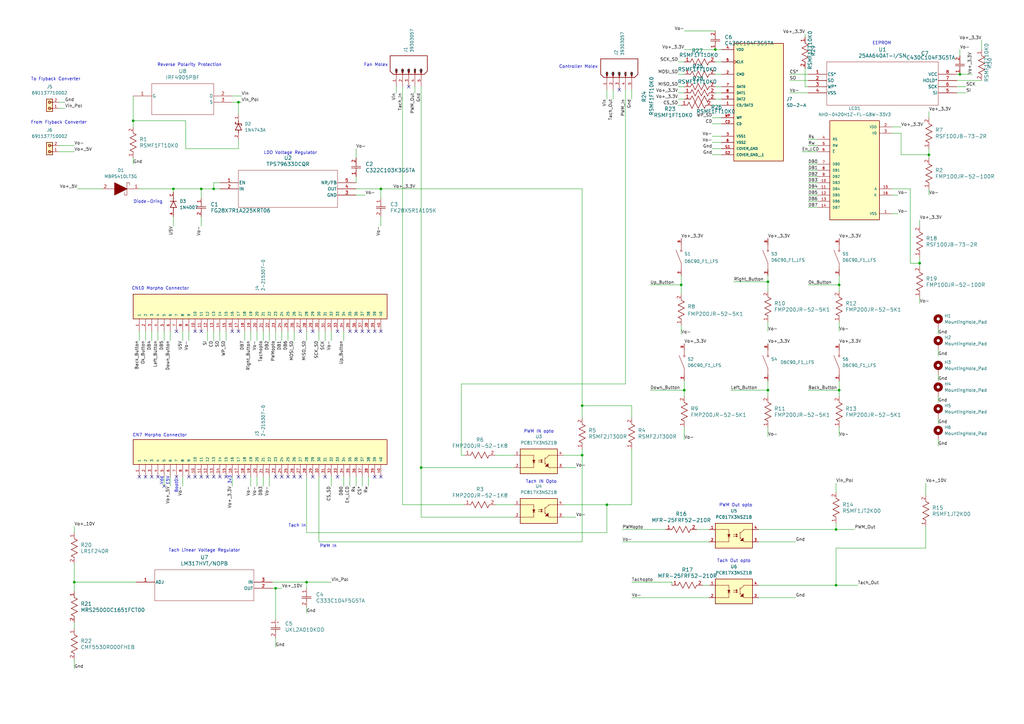
<source format=kicad_sch>
(kicad_sch (version 20231120) (generator "eeschema") (generator_version "8.0")
  (paper "A3")
  (title_block (title "Fan Diagnostic Tool") (rev "1") (comment 1 "Tucker Basham           Layne Bowman") (comment 2 "Ethan Haynes") (comment 3 "Jacob Brewer") (comment 4 "Conner Vick"))
  (lib_symbols
    (symbol "1N4007:1N4007" (pin_names (offset 1.016))
      (property "Reference" "D" (at -5.086 5.086 0))
      (property "Value" "1N4007" (at -5.0865 -5.0865 0))
      (symbol "1N4007_0_0"
        (pin passive line (at -5.08 0 0) (length 2.54) (name "~") (number "A"))
        (pin passive line (at 5.08 0 180) (length 2.54) (name "~") (number "C"))
      )
    )
    (symbol "1N4743A:1N4743A" (pin_names (offset 1.016))
      (property "Reference" "D" (at -5.08 2.54 0))
      (property "Value" "1N4743A" (at -5.08 -3.81 0))
      (symbol "1N4743A_0_0"
        (pin passive line (at 5.08 0 180) (length 2.54) (name "~") (number "1"))
        (pin passive line (at -5.08 0 0) (length 2.54) (name "~") (number "2"))
      )
    )
    (symbol "2-215307-0:2-215307-0" (pin_names (offset 1.016))
      (property "Reference" "J" (at -5.58 53.34 0))
      (property "Value" "2-215307-0" (at -5.08 -53.34 0))
      (symbol "2-215307-0_0_0"
        (pin passive line (at -10.16 50.8 0) (length 5.08) (name "1") (number "1"))
        (pin passive line (at -10.16 27.94 0) (length 5.08) (name "10") (number "10"))
        (pin passive line (at -10.16 25.4 0) (length 5.08) (name "11") (number "11"))
        (pin passive line (at -10.16 22.86 0) (length 5.08) (name "12") (number "12"))
        (pin passive line (at -10.16 20.32 0) (length 5.08) (name "13") (number "13"))
        (pin passive line (at -10.16 17.78 0) (length 5.08) (name "14") (number "14"))
        (pin passive line (at -10.16 15.24 0) (length 5.08) (name "15") (number "15"))
        (pin passive line (at -10.16 12.7 0) (length 5.08) (name "16") (number "16"))
        (pin passive line (at -10.16 10.16 0) (length 5.08) (name "17") (number "17"))
        (pin passive line (at -10.16 7.62 0) (length 5.08) (name "18") (number "18"))
        (pin passive line (at -10.16 5.08 0) (length 5.08) (name "19") (number "19"))
        (pin passive line (at -10.16 48.26 0) (length 5.08) (name "2") (number "2"))
        (pin passive line (at -10.16 2.54 0) (length 5.08) (name "20") (number "20"))
        (pin passive line (at -10.16 0 0) (length 5.08) (name "21") (number "21"))
        (pin passive line (at -10.16 -2.54 0) (length 5.08) (name "22") (number "22"))
        (pin passive line (at -10.16 -5.08 0) (length 5.08) (name "23") (number "23"))
        (pin passive line (at -10.16 -7.62 0) (length 5.08) (name "24") (number "24"))
        (pin passive line (at -10.16 -10.16 0) (length 5.08) (name "25") (number "25"))
        (pin passive line (at -10.16 -12.7 0) (length 5.08) (name "26") (number "26"))
        (pin passive line (at -10.16 -15.24 0) (length 5.08) (name "27") (number "27"))
        (pin passive line (at -10.16 -17.78 0) (length 5.08) (name "28") (number "28"))
        (pin passive line (at -10.16 -20.32 0) (length 5.08) (name "29") (number "29"))
        (pin passive line (at -10.16 45.72 0) (length 5.08) (name "3") (number "3"))
        (pin passive line (at -10.16 -22.86 0) (length 5.08) (name "30") (number "30"))
        (pin passive line (at -10.16 -25.4 0) (length 5.08) (name "31") (number "31"))
        (pin passive line (at -10.16 -27.94 0) (length 5.08) (name "32") (number "32"))
        (pin passive line (at -10.16 -30.48 0) (length 5.08) (name "33") (number "33"))
        (pin passive line (at -10.16 -33.02 0) (length 5.08) (name "34") (number "34"))
        (pin passive line (at -10.16 -35.56 0) (length 5.08) (name "35") (number "35"))
        (pin passive line (at -10.16 -38.1 0) (length 5.08) (name "36") (number "36"))
        (pin passive line (at -10.16 -40.64 0) (length 5.08) (name "37") (number "37"))
        (pin passive line (at -10.16 -43.18 0) (length 5.08) (name "38") (number "38"))
        (pin passive line (at -10.16 -45.72 0) (length 5.08) (name "39") (number "39"))
        (pin passive line (at -10.16 43.18 0) (length 5.08) (name "4") (number "4"))
        (pin passive line (at -10.16 -48.26 0) (length 5.08) (name "40") (number "40"))
        (pin passive line (at -10.16 40.64 0) (length 5.08) (name "5") (number "5"))
        (pin passive line (at -10.16 38.1 0) (length 5.08) (name "6") (number "6"))
        (pin passive line (at -10.16 35.56 0) (length 5.08) (name "7") (number "7"))
        (pin passive line (at -10.16 33.02 0) (length 5.08) (name "8") (number "8"))
        (pin passive line (at -10.16 30.48 0) (length 5.08) (name "9") (number "9"))
      )
    )
    (symbol "25AA640AT_I_SN:25AA640AT-I_SN" (pin_names (offset 0.254))
      (property "Reference" "U" (at 30.48 10.16 0))
      (property "Value" "25AA640AT-I/SN" (at 30.48 7.62 0))
      (symbol "25AA640AT-I_SN_1_1"
        (pin input line (at 0 0 0) (length 7.62) (name "CS*") (number "1"))
        (pin output line (at 0 -2.54 0) (length 7.62) (name "SO") (number "2"))
        (pin input line (at 0 -5.08 0) (length 7.62) (name "WP*") (number "3"))
        (pin power_in line (at 0 -7.62 0) (length 7.62) (name "VSS") (number "4"))
        (pin input line (at 60.96 -7.62 180) (length 7.62) (name "SI") (number "5"))
        (pin input line (at 60.96 -5.08 180) (length 7.62) (name "SCK") (number "6"))
        (pin input line (at 60.96 -2.54 180) (length 7.62) (name "HOLD*") (number "7"))
        (pin power_in line (at 60.96 0 180) (length 7.62) (name "VCC") (number "8"))
      )
    )
    (symbol "39303057:39303057" (pin_names (offset 1.016))
      (property "Reference" "J" (at 0 8.89 0))
      (property "Value" "39303057" (at 0 -10.16 0))
      (symbol "39303057_0_0"
        (pin passive line (at -5.08 5.08 0) (length 5.08) (name "1") (number "1"))
        (pin passive line (at -5.08 2.54 0) (length 5.08) (name "2") (number "2"))
        (pin passive line (at -5.08 0 0) (length 5.08) (name "3") (number "3"))
        (pin passive line (at -5.08 -2.54 0) (length 5.08) (name "4") (number "4"))
        (pin passive line (at -5.08 -5.08 0) (length 5.08) (name "5") (number "5"))
      )
    )
    (symbol "691137710002:691137710002" (pin_names (offset 1.016))
      (property "Reference" "J" (at -4.88 -0.922 0))
      (symbol "691137710002_0_0"
        (pin passive line (at -2.54 -5.08 90) (length 2.54) (name "~") (number "1"))
        (pin passive line (at 0 -5.08 90) (length 2.54) (name "~") (number "2"))
      )
    )
    (symbol "691137710002_1" (pin_names (offset 1.016))
      (property "Reference" "J" (at -4.88 -0.922 0))
      (symbol "691137710002_1_0_0"
        (pin passive line (at -2.54 -5.08 90) (length 2.54) (name "~") (number "1"))
        (pin passive line (at 0 -5.08 90) (length 2.54) (name "~") (number "2"))
      )
    )
    (symbol "C322C103K3G5TA:C322C103K3G5TA" (pin_names (offset 0.254))
      (property "Reference" "C" (at 3.81 3.81 0))
      (property "Value" "C322C103K3G5TA" (at 3.81 -3.81 0))
      (symbol "C322C103K3G5TA_1_1"
        (pin unspecified line (at 0 0 0) (length 2.54) (name "") (number "1"))
        (pin unspecified line (at 7.62 0 180) (length 2.54) (name "") (number "2"))
      )
      (symbol "C322C103K3G5TA_1_2"
        (pin unspecified line (at 0 0 270) (length 2.54) (name "") (number "1"))
        (pin unspecified line (at 0 -7.62 90) (length 2.54) (name "") (number "2"))
      )
    )
    (symbol "C333C104F5G5TA:C333C104F5G5TA" (pin_names (offset 0.254))
      (property "Reference" "C" (at 3.81 3.81 0))
      (property "Value" "C333C104F5G5TA" (at 3.81 -3.81 0))
      (symbol "C333C104F5G5TA_0_1"
        (pin unspecified line (at 0 0 0) (length 2.54) (name "") (number "1"))
        (pin unspecified line (at 7.62 0 180) (length 2.54) (name "") (number "2"))
      )
    )
    (symbol "C430C104F3G5TA:C430C104F3G5TA" (pin_names (offset 0.254))
      (property "Reference" "C" (at 3.81 3.81 0))
      (property "Value" "C430C104F3G5TA" (at 3.81 -3.81 0))
      (symbol "C430C104F3G5TA_1_1"
        (pin unspecified line (at 0 0 0) (length 2.54) (name "") (number "1"))
        (pin unspecified line (at 7.62 0 180) (length 2.54) (name "") (number "2"))
      )
      (symbol "C430C104F3G5TA_1_2"
        (pin unspecified line (at 0 0 270) (length 2.54) (name "") (number "1"))
        (pin unspecified line (at 0 -7.62 90) (length 2.54) (name "") (number "2"))
      )
    )
    (symbol "CMF5530R000FHEB:CMF5530R000FHEB" (pin_names (offset 0.254))
      (property "Reference" "R" (at 5.715 3.81 0))
      (property "Value" "CMF5530R000FHEB" (at 6.35 -3.81 0))
      (symbol "CMF5530R000FHEB_1_1"
        (pin unspecified line (at 0 0 0) (length 2.54) (name "") (number "1"))
        (pin unspecified line (at 12.7 0 180) (length 2.54) (name "") (number "2"))
      )
      (symbol "CMF5530R000FHEB_1_2"
        (pin unspecified line (at 0 12.7 270) (length 2.54) (name "") (number "1"))
        (pin unspecified line (at 0 0 90) (length 2.54) (name "") (number "2"))
      )
    )
    (symbol "D6C90_F1_LFS:D6C90_F1_LFS" (pin_names (offset 1.016))
      (property "Reference" "S" (at -3.81 2.54 0))
      (property "Value" "D6C90_F1_LFS" (at -3.81 -2.54 0))
      (symbol "D6C90_F1_LFS_0_0"
        (pin passive line (at -7.62 0 0) (length 2.54) (name "~") (number "1"))
        (pin passive line (at -7.62 0 0) (length 2.54) (name "~") (number "2"))
        (pin passive line (at 7.62 0 180) (length 2.54) (name "~") (number "3"))
        (pin passive line (at 7.62 0 180) (length 2.54) (name "~") (number "4"))
      )
    )
    (symbol "FG28X7R1A225KRT06:FG28X7R1A225KRT06" (pin_names (offset 0.254))
      (property "Reference" "C" (at 3.81 3.81 0))
      (property "Value" "FG28X7R1A225KRT06" (at 3.81 -3.81 0))
      (symbol "FG28X7R1A225KRT06_1_1"
        (pin unspecified line (at 0 0 0) (length 2.54) (name "") (number "1"))
        (pin unspecified line (at 7.62 0 180) (length 2.54) (name "") (number "2"))
      )
      (symbol "FG28X7R1A225KRT06_1_2"
        (pin unspecified line (at 0 0 270) (length 2.54) (name "") (number "1"))
        (pin unspecified line (at 0 -7.62 90) (length 2.54) (name "") (number "2"))
      )
    )
    (symbol "FK28X5R1A105K:FK28X5R1A105K" (pin_names (offset 0.254))
      (property "Reference" "C" (at 3.81 3.81 0))
      (property "Value" "FK28X5R1A105K" (at 3.81 -3.81 0))
      (symbol "FK28X5R1A105K_1_1"
        (pin unspecified line (at 0 0 0) (length 2.54) (name "") (number "1"))
        (pin unspecified line (at 7.62 0 180) (length 2.54) (name "") (number "2"))
      )
      (symbol "FK28X5R1A105K_1_2"
        (pin unspecified line (at 0 0 270) (length 2.54) (name "") (number "1"))
        (pin unspecified line (at 0 -7.62 90) (length 2.54) (name "") (number "2"))
      )
    )
    (symbol "FMP100JR_52_100R:FMP100JR-52-100R" (pin_names (offset 0.254))
      (property "Reference" "R" (at 5.715 3.81 0))
      (property "Value" "FMP100JR-52-100R" (at 6.35 -3.81 0))
      (symbol "FMP100JR-52-100R_1_1"
        (pin unspecified line (at 0 0 0) (length 2.54) (name "") (number "1"))
        (pin unspecified line (at 12.7 0 180) (length 2.54) (name "") (number "2"))
      )
      (symbol "FMP100JR-52-100R_1_2"
        (pin unspecified line (at 0 12.7 270) (length 2.54) (name "") (number "1"))
        (pin unspecified line (at 0 0 90) (length 2.54) (name "") (number "2"))
      )
    )
    (symbol "FMP200JR_52_1K8:FMP200JR-52-1K8" (pin_names (offset 0.254))
      (property "Reference" "R" (at 5.715 3.81 0))
      (property "Value" "FMP200JR-52-1K8" (at 6.35 -3.81 0))
      (symbol "FMP200JR-52-1K8_1_1"
        (pin unspecified line (at 0 0 0) (length 2.54) (name "") (number "1"))
        (pin unspecified line (at 12.7 0 180) (length 2.54) (name "") (number "2"))
      )
      (symbol "FMP200JR-52-1K8_1_2"
        (pin unspecified line (at 0 12.7 270) (length 2.54) (name "") (number "1"))
        (pin unspecified line (at 0 0 90) (length 2.54) (name "") (number "2"))
      )
    )
    (symbol "FMP200JR_52_5K1:FMP200JR-52-5K1" (pin_names (offset 0.254))
      (property "Reference" "R" (at 5.715 3.81 0))
      (property "Value" "FMP200JR-52-5K1" (at 6.35 -3.81 0))
      (symbol "FMP200JR-52-5K1_1_1"
        (pin unspecified line (at 0 0 0) (length 2.54) (name "") (number "1"))
        (pin unspecified line (at 12.7 0 180) (length 2.54) (name "") (number "2"))
      )
      (symbol "FMP200JR-52-5K1_1_2"
        (pin unspecified line (at 0 12.7 270) (length 2.54) (name "") (number "1"))
        (pin unspecified line (at 0 0 90) (length 2.54) (name "") (number "2"))
      )
    )
    (symbol "IRF4905PBF:IRF4905PBF" (pin_names (offset 0.254))
      (property "Reference" "U8" (at 20.32 10.16 0))
      (property "Value" "IRF4905PBF" (at 20.32 7.62 0))
      (symbol "IRF4905PBF_0_1"
        (pin unspecified line (at 0 0 0) (length 7.62) (name "G") (number "1"))
        (pin unspecified line (at 40.64 0 180) (length 7.62) (name "D") (number "2"))
      )
      (symbol "IRF4905PBF_1_1"
        (pin unspecified line (at 40.64 -2.54 180) (length 7.62) (name "S") (number "3"))
      )
    )
    (symbol "LM317HVT_NOPB:LM317HVT_NOPB" (pin_names (offset 0.254))
      (property "Reference" "U" (at 27.94 10.16 0))
      (property "Value" "LM317HVT/NOPB" (at 27.94 7.62 0))
      (symbol "LM317HVT_NOPB_0_1"
        (pin input line (at 0 0 0) (length 7.62) (name "ADJ") (number "1"))
        (pin power_in line (at 55.88 -2.54 180) (length 7.62) (name "OUT") (number "2"))
        (pin power_in line (at 55.88 0 180) (length 7.62) (name "IN") (number "3"))
      )
    )
    (symbol "LR1F240R:LR1F240R" (pin_names (offset 0.254))
      (property "Reference" "R" (at 5.715 3.81 0))
      (property "Value" "LR1F240R" (at 6.35 -3.81 0))
      (symbol "LR1F240R_1_1"
        (pin unspecified line (at 12.7 0 180) (length 2.54) (name "") (number "1"))
        (pin unspecified line (at 0 0 0) (length 2.54) (name "") (number "2"))
      )
      (symbol "LR1F240R_1_2"
        (pin unspecified line (at 0 12.7 270) (length 2.54) (name "") (number "1"))
        (pin unspecified line (at 0 0 90) (length 2.54) (name "") (number "2"))
      )
    )
    (symbol "MBRS410LT3G:MBRS410LT3G" (pin_names (offset 0.762))
      (property "Reference" "D" (at 12.7 8.89 0))
      (property "Value" "MBRS410LT3G" (at 12.7 6.35 0))
      (symbol "MBRS410LT3G_0_0"
        (pin passive line (at 2.54 0 0) (length 2.54) (name "~") (number "1"))
        (pin passive line (at 17.78 0 180) (length 2.54) (name "~") (number "2"))
      )
    )
    (symbol "MFR_25FRF52_210R:MFR-25FRF52-210R" (pin_names (offset 0.254))
      (property "Reference" "R" (at 5.715 3.81 0))
      (property "Value" "MFR-25FRF52-210R" (at 6.35 -3.81 0))
      (symbol "MFR-25FRF52-210R_1_1"
        (pin unspecified line (at 0 0 0) (length 2.54) (name "") (number "1"))
        (pin unspecified line (at 12.7 0 180) (length 2.54) (name "") (number "2"))
      )
      (symbol "MFR-25FRF52-210R_1_2"
        (pin unspecified line (at 0 12.7 270) (length 2.54) (name "") (number "1"))
        (pin unspecified line (at 0 0 90) (length 2.54) (name "") (number "2"))
      )
    )
    (symbol "MRS25000C1651FCT00:MRS25000C1651FCT00" (pin_names (offset 0.254))
      (property "Reference" "R" (at 5.715 3.81 0))
      (property "Value" "MRS25000C1651FCT00" (at 6.35 -3.81 0))
      (symbol "MRS25000C1651FCT00_1_1"
        (pin unspecified line (at 12.7 0 180) (length 2.54) (name "") (number "1"))
        (pin unspecified line (at 0 0 0) (length 2.54) (name "") (number "2"))
      )
      (symbol "MRS25000C1651FCT00_1_2"
        (pin unspecified line (at 0 12.7 270) (length 2.54) (name "") (number "1"))
        (pin unspecified line (at 0 0 90) (length 2.54) (name "") (number "2"))
      )
    )
    (symbol "Mechanical:MountingHole_Pad" (pin_numbers hide) (pin_names (offset 1.016) hide) (exclude_from_sim yes) (in_bom no)
      (property "Reference" "H" (at 0 6.35 0))
      (property "Value" "MountingHole_Pad" (at 0 4.445 0))
      (symbol "MountingHole_Pad_1_1"
        (pin input line (at 0 -2.54 90) (length 2.54) (name "1") (number "1"))
      )
    )
    (symbol "NHD-0420H1Z-FL-GBW-33V3:NHD-0420H1Z-FL-GBW-33V3" (pin_names (offset 1.016))
      (property "Reference" "LCD" (at -10.16 21.082 0))
      (property "Value" "NHD-0420H1Z-FL-GBW-33V3" (at -10.16 -22.86 0))
      (symbol "NHD-0420H1Z-FL-GBW-33V3_0_0"
        (pin power_in line (at 15.24 -17.78 180) (length 5.08) (name "VSS") (number "1"))
        (pin bidirectional line (at -15.24 -5.08 0) (length 5.08) (name "DB3") (number "10"))
        (pin bidirectional line (at -15.24 -7.62 0) (length 5.08) (name "DB4") (number "11"))
        (pin bidirectional line (at -15.24 -10.16 0) (length 5.08) (name "DB5") (number "12"))
        (pin bidirectional line (at -15.24 -12.7 0) (length 5.08) (name "DB6") (number "13"))
        (pin bidirectional line (at -15.24 -15.24 0) (length 5.08) (name "DB7") (number "14"))
        (pin passive line (at 15.24 -7.62 180) (length 5.08) (name "A") (number "15"))
        (pin passive line (at 15.24 -10.16 180) (length 5.08) (name "K") (number "16"))
        (pin power_in line (at 15.24 17.78 180) (length 5.08) (name "VDD") (number "2"))
        (pin power_in line (at 15.24 15.24 180) (length 5.08) (name "V0") (number "3"))
        (pin input line (at -15.24 12.7 0) (length 5.08) (name "RS") (number "4"))
        (pin input line (at -15.24 10.16 0) (length 5.08) (name "RW") (number "5"))
        (pin input line (at -15.24 7.62 0) (length 5.08) (name "~{E}") (number "6"))
        (pin bidirectional line (at -15.24 2.54 0) (length 5.08) (name "DB0") (number "7"))
        (pin bidirectional line (at -15.24 0 0) (length 5.08) (name "DB1") (number "8"))
        (pin bidirectional line (at -15.24 -2.54 0) (length 5.08) (name "DB2") (number "9"))
      )
    )
    (symbol "PC817X3NSZ1B:PC817X3NSZ1B" (pin_names (offset 1.016))
      (property "Reference" "U" (at -7.62 6.35 0))
      (property "Value" "PC817X3NSZ1B" (at -7.62 -7.62 0))
      (symbol "PC817X3NSZ1B_0_0"
        (pin passive line (at -10.16 2.54 0) (length 2.54) (name "~") (number "1"))
        (pin passive line (at -10.16 -2.54 0) (length 2.54) (name "~") (number "2"))
        (pin passive line (at 10.16 -2.54 180) (length 2.54) (name "~") (number "3"))
        (pin passive line (at 10.16 2.54 180) (length 2.54) (name "~") (number "4"))
      )
    )
    (symbol "RSF100JB_73_2R:RSF100JB-73-2R" (pin_names (offset 0.254))
      (property "Reference" "R" (at 5.715 3.81 0))
      (property "Value" "RSF100JB-73-2R" (at 6.35 -3.81 0))
      (symbol "RSF100JB-73-2R_1_1"
        (pin unspecified line (at 0 0 0) (length 2.54) (name "") (number "1"))
        (pin unspecified line (at 12.7 0 180) (length 2.54) (name "") (number "2"))
      )
      (symbol "RSF100JB-73-2R_1_2"
        (pin unspecified line (at 0 12.7 270) (length 2.54) (name "") (number "1"))
        (pin unspecified line (at 0 0 90) (length 2.54) (name "") (number "2"))
      )
    )
    (symbol "RSMF1FT10K0:RSMF1FT10K0" (pin_names (offset 0.254))
      (property "Reference" "R" (at 5.715 3.81 0))
      (property "Value" "RSMF1FT10K0" (at 6.35 -3.81 0))
      (symbol "RSMF1FT10K0_1_1"
        (pin unspecified line (at 0 0 0) (length 2.54) (name "") (number "1"))
        (pin unspecified line (at 12.7 0 180) (length 2.54) (name "") (number "2"))
      )
      (symbol "RSMF1FT10K0_1_2"
        (pin unspecified line (at 0 12.7 270) (length 2.54) (name "") (number "1"))
        (pin unspecified line (at 0 0 90) (length 2.54) (name "") (number "2"))
      )
    )
    (symbol "RSMF1JT2K00:RSMF1JT2K00" (pin_names (offset 0.254))
      (property "Reference" "R" (at 5.715 3.81 0))
      (property "Value" "RSMF1JT2K00" (at 6.35 -3.81 0))
      (symbol "RSMF1JT2K00_1_1"
        (pin unspecified line (at 0 0 0) (length 2.54) (name "") (number "1"))
        (pin unspecified line (at 12.7 0 180) (length 2.54) (name "") (number "2"))
      )
      (symbol "RSMF1JT2K00_1_2"
        (pin unspecified line (at 0 12.7 270) (length 2.54) (name "") (number "1"))
        (pin unspecified line (at 0 0 90) (length 2.54) (name "") (number "2"))
      )
    )
    (symbol "RSMF2JT300R:RSMF2JT300R" (pin_names (offset 0.254))
      (property "Reference" "R" (at 5.715 3.81 0))
      (property "Value" "RSMF2JT300R" (at 6.35 -3.81 0))
      (symbol "RSMF2JT300R_1_1"
        (pin unspecified line (at 0 0 0) (length 2.54) (name "") (number "1"))
        (pin unspecified line (at 12.7 0 180) (length 2.54) (name "") (number "2"))
      )
      (symbol "RSMF2JT300R_1_2"
        (pin unspecified line (at 0 12.7 270) (length 2.54) (name "") (number "1"))
        (pin unspecified line (at 0 0 90) (length 2.54) (name "") (number "2"))
      )
    )
    (symbol "SD-2-A:SD-2-A" (pin_names (offset 1.016))
      (property "Reference" "J" (at -10.16 23.622 0))
      (property "Value" "SD-2-A" (at -10.16 -27.94 0))
      (symbol "SD-2-A_0_0"
        (pin bidirectional line (at -15.24 -2.54 0) (length 5.08) (name "CD/DAT3") (number "1"))
        (pin bidirectional line (at -15.24 10.16 0) (length 5.08) (name "CMD") (number "2"))
        (pin power_in line (at -15.24 -15.24 0) (length 5.08) (name "VSS1") (number "3"))
        (pin power_in line (at -15.24 20.32 0) (length 5.08) (name "VDD") (number "4"))
        (pin input clock (at -15.24 15.24 0) (length 5.08) (name "CLK") (number "5"))
        (pin power_in line (at -15.24 -17.78 0) (length 5.08) (name "VSS2") (number "6"))
        (pin bidirectional line (at -15.24 5.08 0) (length 5.08) (name "DAT0") (number "7"))
        (pin bidirectional line (at -15.24 2.54 0) (length 5.08) (name "DAT1") (number "8"))
        (pin bidirectional line (at -15.24 0 0) (length 5.08) (name "DAT2") (number "9"))
        (pin passive line (at -15.24 -10.16 0) (length 5.08) (name "CD") (number "CD"))
        (pin power_in line (at -15.24 -20.32 0) (length 5.08) (name "COVER_GND") (number "G1"))
        (pin power_in line (at -15.24 -22.86 0) (length 5.08) (name "COVER_GND__1") (number "G2"))
        (pin passive line (at -15.24 -7.62 0) (length 5.08) (name "WP") (number "WP"))
      )
    )
    (symbol "TPS79633DCQR:TPS79633DCQR" (pin_names (offset 0.254))
      (property "Reference" "U" (at 27.94 10.16 0))
      (property "Value" "TPS79633DCQR" (at 27.94 7.62 0))
      (symbol "TPS79633DCQR_0_1"
        (pin unspecified line (at 0 0 0) (length 7.62) (name "EN") (number "1"))
        (pin input line (at 0 -2.54 0) (length 7.62) (name "IN") (number "2"))
        (pin power_in line (at 55.88 -5.08 180) (length 7.62) (name "GND") (number "3"))
        (pin output line (at 55.88 -2.54 180) (length 7.62) (name "OUT") (number "4"))
        (pin unspecified line (at 55.88 0 180) (length 7.62) (name "NR/FB") (number "5"))
      )
    )
    (symbol "UKL2A010KDD:UKL2A010KDD" (pin_names (offset 0.254))
      (property "Reference" "C" (at 3.81 3.81 0))
      (property "Value" "UKL2A010KDD" (at 3.81 -3.81 0))
      (symbol "UKL2A010KDD_1_1"
        (pin unspecified line (at 0 0 0) (length 2.54) (name "") (number "1"))
        (pin unspecified line (at 7.62 0 180) (length 2.54) (name "") (number "2"))
      )
      (symbol "UKL2A010KDD_1_2"
        (pin unspecified line (at 0 0 270) (length 2.54) (name "") (number "1"))
        (pin unspecified line (at 0 -7.62 90) (length 2.54) (name "") (number "2"))
      )
    )
  )
  (junction (at 30.48 238.76))
  (junction (at 314.96 115.57))
  (junction (at 113.03 241.3))
  (junction (at 248.92 207.01))
  (junction (at 279.4 116.84))
  (junction (at 97.79 41.91))
  (junction (at 87.63 77.47))
  (junction (at 393.7 30.48))
  (junction (at 54.61 49.53))
  (junction (at 82.55 77.47))
  (junction (at 238.76 186.69))
  (junction (at 71.12 77.47))
  (junction (at 280.67 160.02))
  (junction (at 344.17 160.02))
  (junction (at 172.72 191.77))
  (junction (at 377.19 107.95))
  (junction (at 293.37 20.32))
  (junction (at 344.17 116.84))
  (junction (at 342.9 240.03))
  (junction (at 125.73 238.76))
  (junction (at 314.96 160.02))
  (junction (at 156.21 77.47))
  (junction (at 342.9 217.17))
  (junction (at 238.76 166.37))
  (junction (at 381 63.5))
  (no_connect (at 80.01 135.89))
  (no_connect (at 120.65 195.58))
  (no_connect (at 85.09 195.58))
  (no_connect (at 115.57 195.58))
  (no_connect (at 118.11 195.58))
  (no_connect (at 100.33 195.58))
  (no_connect (at 146.05 135.89))
  (no_connect (at 87.63 195.58))
  (no_connect (at 95.25 135.89))
  (no_connect (at 153.67 195.58))
  (no_connect (at 133.35 195.58))
  (no_connect (at 80.01 195.58))
  (no_connect (at 138.43 135.89))
  (no_connect (at 167.64 35.56))
  (no_connect (at 82.55 135.89))
  (no_connect (at 82.55 195.58))
  (no_connect (at 153.67 135.89))
  (no_connect (at 148.59 135.89))
  (no_connect (at 92.71 195.58))
  (no_connect (at 143.51 135.89))
  (no_connect (at 138.43 195.58))
  (no_connect (at 72.39 195.58))
  (no_connect (at 72.39 135.89))
  (no_connect (at 113.03 195.58))
  (no_connect (at 156.21 195.58))
  (no_connect (at 77.47 195.58))
  (no_connect (at 62.23 195.58))
  (no_connect (at 128.27 135.89))
  (no_connect (at 156.21 135.89))
  (no_connect (at 64.77 195.58))
  (no_connect (at 57.15 195.58))
  (no_connect (at 151.13 135.89))
  (no_connect (at 59.69 195.58))
  (no_connect (at 97.79 195.58))
  (no_connect (at 90.17 195.58))
  (no_connect (at 123.19 195.58))
  (no_connect (at 67.31 199.39))
  (no_connect (at 123.19 135.89))
  (no_connect (at 254 36.83))
  (no_connect (at 128.27 195.58))
  (no_connect (at 97.79 135.89))
  (wire (pts (xy 278.13 25.4) (xy 280.67 25.4)))
  (wire (pts (xy 381 77.47) (xy 381 80.01)))
  (wire (pts (xy 54.61 39.37) (xy 54.61 49.53)))
  (wire (pts (xy 293.37 30.48) (xy 295.91 30.48)))
  (wire (pts (xy 293.37 40.64) (xy 295.91 40.64)))
  (wire (pts (xy 292.1 43.18) (xy 295.91 43.18)))
  (wire (pts (xy 111.76 241.3) (xy 113.03 241.3)))
  (wire (pts (xy 248.92 207.01) (xy 248.92 218.44)))
  (wire (pts (xy 384.81 162.56) (xy 384.81 165.1)))
  (wire (pts (xy 323.85 30.48) (xy 331.47 30.48)))
  (wire (pts (xy 71.12 77.47) (xy 82.55 77.47)))
  (wire (pts (xy 95.25 41.91) (xy 97.79 41.91)))
  (wire (pts (xy 125.73 238.76) (xy 135.89 238.76)))
  (wire (pts (xy 377.19 105.41) (xy 377.19 107.95)))
  (wire (pts (xy 165.1 35.56) (xy 165.1 207.01)))
  (wire (pts (xy 342.9 201.93) (xy 342.9 198.12)))
  (wire (pts (xy 311.15 217.17) (xy 342.9 217.17)))
  (wire (pts (xy 330.2 13.97) (xy 330.2 15.24)))
  (wire (pts (xy 24.13 59.69) (xy 30.48 59.69)))
  (wire (pts (xy 125.73 248.92) (xy 125.73 251.46)))
  (wire (pts (xy 120.65 135.89) (xy 120.65 139.7)))
  (wire (pts (xy 384.81 153.67) (xy 384.81 156.21)))
  (wire (pts (xy 57.15 77.47) (xy 71.12 77.47)))
  (wire (pts (xy 300.99 115.57) (xy 314.96 115.57)))
  (wire (pts (xy 107.95 135.89) (xy 107.95 139.7)))
  (wire (pts (xy 266.7 160.02) (xy 280.67 160.02)))
  (wire (pts (xy 148.59 195.58) (xy 148.59 199.39)))
  (wire (pts (xy 130.81 222.25) (xy 130.81 195.58)))
  (wire (pts (xy 256.54 157.48) (xy 189.23 157.48)))
  (wire (pts (xy 379.73 198.12) (xy 379.73 203.2)))
  (wire (pts (xy 97.79 41.91) (xy 99.06 41.91)))
  (wire (pts (xy 314.96 156.21) (xy 314.96 160.02)))
  (wire (pts (xy 331.47 77.47) (xy 335.28 77.47)))
  (wire (pts (xy 76.2 60.96) (xy 76.2 49.53)))
  (wire (pts (xy 97.79 41.91) (xy 97.79 46.99)))
  (wire (pts (xy 373.38 107.95) (xy 377.19 107.95)))
  (wire (pts (xy 30.48 231.14) (xy 30.48 238.76)))
  (wire (pts (xy 74.93 195.58) (xy 74.93 199.39)))
  (wire (pts (xy 203.2 186.69) (xy 210.82 186.69)))
  (wire (pts (xy 280.67 162.56) (xy 280.67 160.02)))
  (wire (pts (xy 373.38 77.47) (xy 373.38 107.95)))
  (wire (pts (xy 238.76 166.37) (xy 238.76 171.45)))
  (wire (pts (xy 82.55 77.47) (xy 82.55 81.28)))
  (wire (pts (xy 30.48 215.9) (xy 30.48 218.44)))
  (wire (pts (xy 251.46 36.83) (xy 251.46 40.64)))
  (wire (pts (xy 156.21 88.9) (xy 156.21 92.71)))
  (wire (pts (xy 107.95 195.58) (xy 107.95 199.39)))
  (wire (pts (xy 85.09 135.89) (xy 85.09 139.7)))
  (wire (pts (xy 311.15 240.03) (xy 342.9 240.03)))
  (wire (pts (xy 165.1 207.01) (xy 190.5 207.01)))
  (wire (pts (xy 69.85 195.58) (xy 69.85 199.39)))
  (wire (pts (xy 292.1 50.8) (xy 295.91 50.8)))
  (wire (pts (xy 392.43 38.1) (xy 396.24 38.1)))
  (wire (pts (xy 377.19 107.95) (xy 377.19 109.22)))
  (wire (pts (xy 105.41 135.89) (xy 105.41 139.7)))
  (wire (pts (xy 259.08 238.76) (xy 275.59 238.76)))
  (wire (pts (xy 238.76 186.69) (xy 238.76 222.25)))
  (wire (pts (xy 135.89 195.58) (xy 135.89 199.39)))
  (wire (pts (xy 238.76 166.37) (xy 259.08 166.37)))
  (wire (pts (xy 151.13 195.58) (xy 151.13 199.39)))
  (wire (pts (xy 90.17 135.89) (xy 90.17 139.7)))
  (wire (pts (xy 342.9 224.79) (xy 342.9 240.03)))
  (wire (pts (xy 146.05 195.58) (xy 146.05 199.39)))
  (wire (pts (xy 146.05 72.39) (xy 146.05 74.93)))
  (wire (pts (xy 280.67 12.7) (xy 293.37 12.7)))
  (wire (pts (xy 381 60.96) (xy 381 63.5)))
  (wire (pts (xy 331.47 80.01) (xy 335.28 80.01)))
  (wire (pts (xy 331.47 116.84) (xy 344.17 116.84)))
  (wire (pts (xy 146.05 77.47) (xy 156.21 77.47)))
  (wire (pts (xy 115.57 135.89) (xy 115.57 139.7)))
  (wire (pts (xy 62.23 135.89) (xy 62.23 139.7)))
  (wire (pts (xy 125.73 238.76) (xy 125.73 241.3)))
  (wire (pts (xy 71.12 88.9) (xy 71.12 92.71)))
  (wire (pts (xy 331.47 72.39) (xy 335.28 72.39)))
  (wire (pts (xy 255.27 217.17) (xy 273.05 217.17)))
  (wire (pts (xy 231.14 191.77) (xy 236.22 191.77)))
  (wire (pts (xy 24.13 44.45) (xy 26.67 44.45)))
  (wire (pts (xy 292.1 58.42) (xy 295.91 58.42)))
  (wire (pts (xy 146.05 80.01) (xy 149.86 80.01)))
  (wire (pts (xy 238.76 222.25) (xy 130.81 222.25)))
  (wire (pts (xy 278.13 35.56) (xy 280.67 35.56)))
  (wire (pts (xy 381 45.72) (xy 381 48.26)))
  (wire (pts (xy 95.25 195.58) (xy 95.25 199.39)))
  (wire (pts (xy 189.23 157.48) (xy 189.23 186.69)))
  (wire (pts (xy 314.96 160.02) (xy 314.96 162.56)))
  (wire (pts (xy 59.69 135.89) (xy 59.69 139.7)))
  (wire (pts (xy 143.51 195.58) (xy 143.51 199.39)))
  (wire (pts (xy 113.03 241.3) (xy 115.57 241.3)))
  (wire (pts (xy 170.18 35.56) (xy 170.18 38.1)))
  (wire (pts (xy 278.13 38.1) (xy 280.67 38.1)))
  (wire (pts (xy 140.97 135.89) (xy 140.97 139.7)))
  (wire (pts (xy 365.76 54.61) (xy 369.57 54.61)))
  (wire (pts (xy 278.13 30.48) (xy 280.67 30.48)))
  (wire (pts (xy 278.13 40.64) (xy 280.67 40.64)))
  (wire (pts (xy 97.79 60.96) (xy 76.2 60.96)))
  (wire (pts (xy 331.47 57.15) (xy 335.28 57.15)))
  (wire (pts (xy 130.81 135.89) (xy 130.81 139.7)))
  (wire (pts (xy 344.17 179.07) (xy 344.17 175.26)))
  (wire (pts (xy 330.2 27.94) (xy 330.2 35.56)))
  (wire (pts (xy 280.67 20.32) (xy 293.37 20.32)))
  (wire (pts (xy 280.67 160.02) (xy 280.67 156.21)))
  (wire (pts (xy 77.47 135.89) (xy 77.47 139.7)))
  (wire (pts (xy 365.76 87.63) (xy 368.3 87.63)))
  (wire (pts (xy 393.7 20.32) (xy 393.7 22.86)))
  (wire (pts (xy 323.85 33.02) (xy 331.47 33.02)))
  (wire (pts (xy 331.47 82.55) (xy 335.28 82.55)))
  (wire (pts (xy 125.73 218.44) (xy 125.73 195.58)))
  (wire (pts (xy 133.35 135.89) (xy 133.35 139.7)))
  (wire (pts (xy 67.31 135.89) (xy 67.31 139.7)))
  (wire (pts (xy 331.47 59.69) (xy 335.28 59.69)))
  (wire (pts (xy 330.2 35.56) (xy 331.47 35.56)))
  (wire (pts (xy 275.59 238.76) (xy 275.59 240.03)))
  (wire (pts (xy 293.37 35.56) (xy 295.91 35.56)))
  (wire (pts (xy 30.48 255.27) (xy 30.48 257.81)))
  (wire (pts (xy 293.37 20.32) (xy 295.91 20.32)))
  (wire (pts (xy 172.72 191.77) (xy 210.82 191.77)))
  (wire (pts (xy 292.1 48.26) (xy 295.91 48.26)))
  (wire (pts (xy 259.08 36.83) (xy 259.08 40.64)))
  (wire (pts (xy 76.2 49.53) (xy 54.61 49.53)))
  (wire (pts (xy 113.03 261.62) (xy 113.03 265.43)))
  (wire (pts (xy 299.72 160.02) (xy 314.96 160.02)))
  (wire (pts (xy 384.81 180.34) (xy 384.81 182.88)))
  (wire (pts (xy 365.76 52.07) (xy 369.57 52.07)))
  (wire (pts (xy 392.43 35.56) (xy 396.24 35.56)))
  (wire (pts (xy 384.81 134.62) (xy 384.81 137.16)))
  (wire (pts (xy 314.96 115.57) (xy 314.96 119.38)))
  (wire (pts (xy 331.47 85.09) (xy 335.28 85.09)))
  (wire (pts (xy 74.93 135.89) (xy 74.93 139.7)))
  (wire (pts (xy 392.43 33.02) (xy 402.59 33.02)))
  (wire (pts (xy 110.49 135.89) (xy 110.49 139.7)))
  (wire (pts (xy 172.72 212.09) (xy 210.82 212.09)))
  (wire (pts (xy 30.48 238.76) (xy 30.48 242.57)))
  (wire (pts (xy 67.31 195.58) (xy 67.31 199.39)))
  (wire (pts (xy 146.05 60.96) (xy 146.05 64.77)))
  (wire (pts (xy 156.21 77.47) (xy 238.76 77.47)))
  (wire (pts (xy 231.14 212.09) (xy 236.22 212.09)))
  (wire (pts (xy 259.08 245.11) (xy 290.83 245.11)))
  (wire (pts (xy 342.9 217.17) (xy 350.52 217.17)))
  (wire (pts (xy 293.37 25.4) (xy 295.91 25.4)))
  (wire (pts (xy 24.13 62.23) (xy 30.48 62.23)))
  (wire (pts (xy 314.96 113.03) (xy 314.96 115.57)))
  (wire (pts (xy 331.47 160.02) (xy 344.17 160.02)))
  (wire (pts (xy 90.17 74.93) (xy 87.63 74.93)))
  (wire (pts (xy 54.61 64.77) (xy 54.61 67.31)))
  (wire (pts (xy 172.72 191.77) (xy 172.72 212.09)))
  (wire (pts (xy 82.55 88.9) (xy 82.55 92.71)))
  (wire (pts (xy 292.1 55.88) (xy 295.91 55.88)))
  (wire (pts (xy 331.47 74.93) (xy 335.28 74.93)))
  (wire (pts (xy 279.4 133.35) (xy 279.4 137.16)))
  (wire (pts (xy 64.77 135.89) (xy 64.77 139.7)))
  (wire (pts (xy 87.63 77.47) (xy 90.17 77.47)))
  (wire (pts (xy 69.85 135.89) (xy 69.85 139.7)))
  (wire (pts (xy 314.96 132.08) (xy 314.96 135.89)))
  (wire (pts (xy 379.73 215.9) (xy 379.73 224.79)))
  (wire (pts (xy 248.92 218.44) (xy 125.73 218.44)))
  (wire (pts (xy 31.75 77.47) (xy 41.91 77.47)))
  (wire (pts (xy 344.17 135.89) (xy 344.17 132.08)))
  (wire (pts (xy 30.48 270.51) (xy 30.48 274.32)))
  (wire (pts (xy 393.7 30.48) (xy 398.78 30.48)))
  (wire (pts (xy 140.97 195.58) (xy 140.97 199.39)))
  (wire (pts (xy 331.47 69.85) (xy 335.28 69.85)))
  (wire (pts (xy 342.9 240.03) (xy 351.79 240.03)))
  (wire (pts (xy 113.03 254) (xy 113.03 241.3)))
  (wire (pts (xy 292.1 60.96) (xy 295.91 60.96)))
  (wire (pts (xy 248.92 207.01) (xy 259.08 207.01)))
  (wire (pts (xy 323.85 38.1) (xy 331.47 38.1)))
  (wire (pts (xy 377.19 90.17) (xy 377.19 92.71)))
  (wire (pts (xy 238.76 184.15) (xy 238.76 186.69)))
  (wire (pts (xy 279.4 113.03) (xy 279.4 116.84)))
  (wire (pts (xy 402.59 16.51) (xy 402.59 20.32)))
  (wire (pts (xy 135.89 135.89) (xy 135.89 139.7)))
  (wire (pts (xy 71.12 77.47) (xy 71.12 78.74)))
  (wire (pts (xy 30.48 238.76) (xy 55.88 238.76)))
  (wire (pts (xy 105.41 195.58) (xy 105.41 199.39)))
  (wire (pts (xy 162.56 35.56) (xy 162.56 38.1)))
  (wire (pts (xy 279.4 116.84) (xy 279.4 120.65)))
  (wire (pts (xy 280.67 175.26) (xy 280.67 180.34)))
  (wire (pts (xy 344.17 119.38) (xy 344.17 116.84)))
  (wire (pts (xy 54.61 49.53) (xy 54.61 52.07)))
  (wire (pts (xy 259.08 166.37) (xy 259.08 171.45)))
  (wire (pts (xy 231.14 207.01) (xy 248.92 207.01)))
  (wire (pts (xy 125.73 135.89) (xy 125.73 139.7)))
  (wire (pts (xy 256.54 36.83) (xy 256.54 157.48)))
  (wire (pts (xy 285.75 217.17) (xy 290.83 217.17)))
  (wire (pts (xy 344.17 116.84) (xy 344.17 113.03)))
  (wire (pts (xy 102.87 195.58) (xy 102.87 199.39)))
  (wire (pts (xy 255.27 222.25) (xy 290.83 222.25)))
  (wire (pts (xy 384.81 171.45) (xy 384.81 173.99)))
  (wire (pts (xy 344.17 162.56) (xy 344.17 160.02)))
  (wire (pts (xy 248.92 36.83) (xy 248.92 40.64)))
  (wire (pts (xy 377.19 121.92) (xy 377.19 124.46)))
  (wire (pts (xy 100.33 135.89) (xy 100.33 139.7)))
  (wire (pts (xy 293.37 38.1) (xy 295.91 38.1)))
  (wire (pts (xy 331.47 67.31) (xy 335.28 67.31)))
  (wire (pts (xy 111.76 238.76) (xy 125.73 238.76)))
  (wire (pts (xy 369.57 54.61) (xy 369.57 63.5)))
  (wire (pts (xy 266.7 116.84) (xy 279.4 116.84)))
  (wire (pts (xy 102.87 135.89) (xy 102.87 139.7)))
  (wire (pts (xy 156.21 77.47) (xy 156.21 81.28)))
  (wire (pts (xy 259.08 184.15) (xy 259.08 207.01)))
  (wire (pts (xy 97.79 57.15) (xy 97.79 60.96)))
  (wire (pts (xy 231.14 186.69) (xy 238.76 186.69)))
  (wire (pts (xy 82.55 77.47) (xy 87.63 77.47)))
  (wire (pts (xy 292.1 63.5) (xy 295.91 63.5)))
  (wire (pts (xy 365.76 77.47) (xy 373.38 77.47)))
  (wire (pts (xy 92.71 135.89) (xy 92.71 139.7)))
  (wire (pts (xy 87.63 135.89) (xy 87.63 139.7)))
  (wire (pts (xy 113.03 135.89) (xy 113.03 139.7)))
  (wire (pts (xy 311.15 222.25) (xy 326.39 222.25)))
  (wire (pts (xy 381 63.5) (xy 381 64.77)))
  (wire (pts (xy 24.13 41.91) (xy 26.67 41.91)))
  (wire (pts (xy 189.23 186.69) (xy 190.5 186.69)))
  (wire (pts (xy 342.9 217.17) (xy 342.9 214.63)))
  (wire (pts (xy 95.25 39.37) (xy 99.06 39.37)))
  (wire (pts (xy 288.29 240.03) (xy 290.83 240.03)))
  (wire (pts (xy 369.57 63.5) (xy 381 63.5)))
  (wire (pts (xy 118.11 135.89) (xy 118.11 139.7)))
  (wire (pts (xy 314.96 179.07) (xy 314.96 175.26)))
  (wire (pts (xy 392.43 30.48) (xy 393.7 30.48)))
  (wire (pts (xy 57.15 135.89) (xy 57.15 139.7)))
  (wire (pts (xy 365.76 80.01) (xy 368.3 80.01)))
  (wire (pts (xy 311.15 245.11) (xy 326.39 245.11)))
  (wire (pts (xy 384.81 143.51) (xy 384.81 146.05)))
  (wire (pts (xy 344.17 160.02) (xy 344.17 156.21)))
  (wire (pts (xy 278.13 43.18) (xy 279.4 43.18)))
  (wire (pts (xy 172.72 35.56) (xy 172.72 191.77)))
  (wire (pts (xy 110.49 195.58) (xy 110.49 199.39)))
  (wire (pts (xy 87.63 74.93) (xy 87.63 77.47)))
  (wire (pts (xy 203.2 207.01) (xy 210.82 207.01)))
  (wire (pts (xy 238.76 77.47) (xy 238.76 166.37)))
  (wire (pts (xy 328.93 62.23) (xy 335.28 62.23)))
  (wire (pts (xy 379.73 224.79) (xy 342.9 224.79)))
  (text "From Flyback Converter" (at 24.13 50.292 0) (effects (font (size 1.27 1.27))))
  (text "PWM Out opto" (at 301.752 207.264 0) (effects (font (size 1.27 1.27))))
  (text "LDO Voltage Regulator" (at 119.126 62.738 0) (effects (font (size 1.27 1.27))))
  (text "Diode-Oring" (at 60.706 82.804 0) (effects (font (size 1.27 1.27))))
  (text "Tach IN Opto" (at 221.996 197.612 0) (effects (font (size 1.27 1.27))))
  (text "To Flyback Converter" (at 22.86 32.512 0) (effects (font (size 1.27 1.27))))
  (text "Tach In" (at 121.92 215.646 0) (effects (font (size 1.27 1.27))))
  (text "Fan Molex\n" (at 154.178 26.67 0) (effects (font (size 1.27 1.27))))
  (text "Tach Out opto\n" (at 300.99 230.124 0) (effects (font (size 1.27 1.27))))
  (text "CN10 Morpho Connector\n" (at 65.786 118.364 0) (effects (font (size 1.27 1.27))))
  (text "PWM IN opto\n" (at 220.98 177.038 0) (effects (font (size 1.27 1.27))))
  (text "Controller Molex" (at 237.236 27.432 0) (effects (font (size 1.27 1.27))))
  (text "Tach Linear Voltage Regulator" (at 83.82 225.806 0) (effects (font (size 1.27 1.27))))
  (text "Reverse Polarity Protection" (at 77.724 26.67 0) (effects (font (size 1.27 1.27))))
  (text "PWM In" (at 134.62 224.028 0) (effects (font (size 1.27 1.27))))
  (text "E5V" (at 68.834 197.104 90) (effects (font (size 1.27 1.27))))
  (text "Vdd" (at 66.294 197.104 90) (effects (font (size 1.27 1.27))))
  (text "CN7 Morpho Connector\n" (at 65.532 178.562 0) (effects (font (size 1.27 1.27))))
  (text "Boot0" (at 72.39 199.39 90) (effects (font (size 1.27 1.27))))
  (text "EEPROM" (at 361.696 17.78 0) (effects (font (size 1.27 1.27))))
  (text "3v3" (at 94.234 196.85 90) (effects (font (size 1.27 1.27))))
  (label "Down_Button" (at 266.7 160.02 0))
  (label "Back_Button" (at 331.47 160.02 0))
  (label "Vo+_3.3V" (at 377.19 90.17 0))
  (label "WP_SD" (at 292.1 48.26 180))
  (label "Vo-" (at 377.19 124.46 0))
  (label "Gnd" (at 172.72 38.1 270))
  (label "DB2" (at 110.49 139.7 270))
  (label "Vo-" (at 368.3 80.01 0))
  (label "Vo-" (at 74.93 199.39 270))
  (label "Vo-" (at 344.17 179.07 0))
  (label "DB0" (at 140.97 199.39 270))
  (label "SO" (at 90.17 139.7 270))
  (label "Vo-" (at 236.22 212.09 0))
  (label "Vo+_3.3V" (at 344.17 140.97 0))
  (label "SCK_SD" (at 278.13 25.4 180))
  (label "Vo-" (at 292.1 58.42 180))
  (label "U5V" (at 71.12 92.71 270))
  (label "Vo+_3.3V" (at 278.13 38.1 180))
  (label "SCK_SD" (at 130.81 139.7 270))
  (label "Gnd" (at 125.73 251.46 0))
  (label "Vo-" (at 30.48 59.69 0))
  (label "En_LCD" (at 328.93 62.23 0))
  (label "Gnd" (at 326.39 222.25 0))
  (label "Vin" (at 162.56 38.1 270))
  (label "Left_Button" (at 64.77 139.7 270))
  (label "Vo-" (at 314.96 179.07 0))
  (label "Vo-" (at 105.41 139.7 270))
  (label "Ok_Button" (at 331.47 116.84 0))
  (label "PWM_Out" (at 170.18 38.1 270))
  (label "MISO_SD" (at 278.13 35.56 180))
  (label "Vo-" (at 314.96 135.89 0))
  (label "DB7" (at 100.33 139.7 270))
  (label "Vo-" (at 135.89 139.7 270))
  (label "Vo+_3.3V" (at 161.29 77.47 0))
  (label "Vo+_3.3V" (at 381 45.72 0))
  (label "Gnd" (at 30.48 274.32 0))
  (label "DB0" (at 331.47 67.31 0))
  (label "Vo-" (at 280.67 180.34 0))
  (label "MISO_SD" (at 125.73 139.7 270))
  (label "Vo-" (at 259.08 245.11 0))
  (label "DB6" (at 331.47 82.55 0))
  (label "Vo-" (at 255.27 222.25 0))
  (label "Vo+_3.3V" (at 314.96 140.97 0))
  (label "CS*" (at 148.59 199.39 270))
  (label "CS*" (at 323.85 30.48 0))
  (label "Vo+_3.3V" (at 344.17 97.79 0))
  (label "DB6" (at 118.11 139.7 270))
  (label "Gnd" (at 384.81 137.16 0))
  (label "CS_SD" (at 135.89 199.39 270))
  (label "Gnd" (at 292.1 63.5 180))
  (label "Vin_Pol" (at 135.89 238.76 0))
  (label "Vo+_3.3V" (at 398.78 30.48 90))
  (label "PWM_Out" (at 350.52 217.17 0))
  (label "Vo+_3.3V" (at 330.2 13.97 180))
  (label "SI" (at 396.24 38.1 0))
  (label "Gnd" (at 384.81 165.1 0))
  (label "PWMopto" (at 113.03 139.7 270))
  (label "DB5" (at 331.47 80.01 0))
  (label "DB2" (at 331.47 72.39 0))
  (label "PWMopto" (at 255.27 217.17 0))
  (label "Gnd" (at 384.81 182.88 0))
  (label "Gnd" (at 259.08 40.64 270))
  (label "Vo+_10V" (at 30.48 215.9 0))
  (label "Vo+_5V" (at 31.75 77.47 180))
  (label "Vo-" (at 381 80.01 0))
  (label "Vin_Pol" (at 26.67 44.45 0))
  (label "En_LCD" (at 143.51 199.39 270))
  (label "SCK" (at 133.35 139.7 270))
  (label "Vo+_3.3V" (at 278.13 40.64 180))
  (label "Gnd" (at 326.39 245.11 0))
  (label "Back_Button" (at 57.15 139.7 270))
  (label "DB4" (at 62.23 139.7 270))
  (label "Vo+_3.3V" (at 314.96 97.79 0))
  (label "Vin" (at 248.92 40.64 270))
  (label "MOSI_SD" (at 120.65 139.7 270))
  (label "SCK" (at 396.24 35.56 0))
  (label "Vo-" (at 292.1 55.88 180))
  (label "Tach_Out" (at 251.46 40.64 270))
  (label "Vo+_3.3V" (at 95.25 199.39 270))
  (label "Gnd" (at 384.81 156.21 0))
  (label "DB3" (at 107.95 199.39 270))
  (label "Vo-" (at 368.3 87.63 0))
  (label "Gnd" (at 384.81 173.99 0))
  (label "Vo-" (at 102.87 199.39 270))
  (label "Vin_Pol" (at 99.06 41.91 0))
  (label "CD" (at 292.1 50.8 180))
  (label "Left_Button" (at 299.72 160.02 0))
  (label "MOSI_SD" (at 278.13 30.48 180))
  (label "Tach_Out" (at 351.79 240.03 0))
  (label "Vo-" (at 105.41 199.39 270))
  (label "Vo+_3.3V" (at 402.59 16.51 180))
  (label "Vo+_3.3V" (at 280.67 20.32 180))
  (label "Vo-" (at 146.05 60.96 0))
  (label "Vo+_5V" (at 30.48 62.23 0))
  (label "Gnd" (at 384.81 146.05 0))
  (label "Down_Button" (at 69.85 139.7 270))
  (label "Vo+_10V" (at 115.57 241.3 0))
  (label "CD" (at 87.63 139.7 270))
  (label "Rs" (at 331.47 57.15 0))
  (label "CS_SD" (at 278.13 43.18 180))
  (label "DB1" (at 331.47 69.85 0))
  (label "Gnd" (at 26.67 41.91 0))
  (label "Rw" (at 331.47 59.69 0))
  (label "Vo-" (at 280.67 12.7 180))
  (label "Vo-" (at 236.22 191.77 0))
  (label "Up_Button" (at 140.97 139.7 270))
  (label "Vo-" (at 156.21 92.71 270))
  (label "Vo+_3.3V" (at 279.4 97.79 0))
  (label "SI" (at 85.09 139.7 270))
  (label "DB5" (at 67.31 139.7 270))
  (label "DB3" (at 331.47 74.93 0))
  (label "Vo+_3.3V" (at 280.67 140.97 0))
  (label "DB4" (at 331.47 77.47 0))
  (label "SO" (at 323.85 33.02 0))
  (label "WP_SD" (at 92.71 139.7 270))
  (label "Rw" (at 151.13 199.39 270))
  (label "Vo+_5V" (at 69.85 199.39 270))
  (label "Vo-" (at 279.4 137.16 0))
  (label "Vo-" (at 82.55 92.71 270))
  (label "Up_Button" (at 266.7 116.84 0))
  (label "DB1" (at 115.57 139.7 270))
  (label "DB7" (at 331.47 85.09 0))
  (label "Gnd" (at 292.1 60.96 180))
  (label "Rs" (at 146.05 199.39 270))
  (label "U5V" (at 74.93 139.7 270))
  (label "Vo-" (at 149.86 80.01 0))
  (label "Right_Button" (at 102.87 139.7 270))
  (label "Tachopto" (at 107.95 139.7 270))
  (label "Tachopto" (at 259.08 238.76 0))
  (label "Gnd" (at 113.03 265.43 0))
  (label "Vin_Pol" (at 342.9 198.12 0))
  (label "Vo+_3.3V" (at 369.57 52.07 0))
  (label "Vo-" (at 344.17 135.89 0))
  (label "Tach_In" (at 165.1 38.1 270))
  (label "Ok_Button" (at 59.69 139.7 270))
  (label "Vo-" (at 77.47 139.7 270))
  (label "Gnd" (at 54.61 67.31 0))
  (label "Vo+_10V" (at 379.73 198.12 0))
  (label "Vo-" (at 323.85 38.1 0))
  (label "Vo-" (at 110.49 199.39 270))
  (label "Vo-" (at 393.7 20.32 0))
  (label "Vin" (at 99.06 39.37 0))
  (label "Right_Button" (at 300.99 115.57 0))
  (label "PWM_In" (at 256.54 40.64 270))
  (symbol (lib_id "D6C90_F1_LFS:D6C90_F1_LFS") (at 344.17 148.59 90) (unit 1)
    (property "Reference" "S6" (at 345.44 147.3199 90) (effects (justify right)))
    (property "Value" "D6C90_F1_LFS" (at 345.44 149.8599 90) (effects (justify right)))
    (property "Footprint" "D6C90_F1_LFS:SW_D6C90_F1_LFS" (effects (hide yes)))
    (property "MF" "C&K" (effects (hide yes)))
    (property "MAXIMUM_PACKAGE_HEIGHT" "11.3mm" (effects (hide yes)))
    (property "Package" "None" (effects (hide yes)))
    (property "Price" "None" (effects (hide yes)))
    (property "Check_prices" "https://www.snapeda.com/parts/D6C90%20F1%20LFS/C%2526K/view-part/?ref=eda" (effects (hide yes)))
    (property "STANDARD" "Manufacturer Recommendations" (effects (hide yes)))
    (property "PARTREV" "21 Feb 22" (effects (hide yes)))
    (property "SnapEDA_Link" "https://www.snapeda.com/parts/D6C90%20F1%20LFS/C%2526K/view-part/?ref=snap" (effects (hide yes)))
    (property "MP" "D6C90 F1 LFS" (effects (hide yes)))
    (property "Description_1" "\n                        \n                            Pushbutton Switch SPST-NO Keyswitch Through Hole\n                        \n" (effects (hide yes)))
    (property "Availability" "In Stock" (effects (hide yes)))
    (property "MANUFACTURER" "C&K" (effects (hide yes)))
  )
  (symbol (lib_id "FMP200JR_52_5K1:FMP200JR-52-5K1") (at 279.4 133.35 90) (unit 1)
    (property "Reference" "R8" (at 281.94 125.7299 90) (effects (font (size 1.524 1.524)) (justify right)))
    (property "Value" "FMP200JR-52-5K1" (at 281.94 128.778 90) (effects (font (size 1.524 1.524)) (justify right)))
    (property "Footprint" "FMP200JR_52_5K1:FMP200JR_52_5K1" (effects (hide yes)))
    (property "Datasheet" "FMP200JR-52-5K1" (effects (hide yes)))
  )
  (symbol (lib_id "D6C90_F1_LFS:D6C90_F1_LFS") (at 280.67 148.59 90) (unit 1)
    (property "Reference" "S2" (at 281.94 147.3199 90) (effects (justify right)))
    (property "Value" "D6C90_F1_LFS" (at 281.94 149.8599 90) (effects (justify right)))
    (property "Footprint" "D6C90_F1_LFS:SW_D6C90_F1_LFS" (effects (hide yes)))
    (property "MF" "C&K" (effects (hide yes)))
    (property "MAXIMUM_PACKAGE_HEIGHT" "11.3mm" (effects (hide yes)))
    (property "Package" "None" (effects (hide yes)))
    (property "Price" "None" (effects (hide yes)))
    (property "Check_prices" "https://www.snapeda.com/parts/D6C90%20F1%20LFS/C%2526K/view-part/?ref=eda" (effects (hide yes)))
    (property "STANDARD" "Manufacturer Recommendations" (effects (hide yes)))
    (property "PARTREV" "21 Feb 22" (effects (hide yes)))
    (property "SnapEDA_Link" "https://www.snapeda.com/parts/D6C90%20F1%20LFS/C%2526K/view-part/?ref=snap" (effects (hide yes)))
    (property "MP" "D6C90 F1 LFS" (effects (hide yes)))
    (property "Description_1" "\n                        \n                            Pushbutton Switch SPST-NO Keyswitch Through Hole\n                        \n" (effects (hide yes)))
    (property "Availability" "In Stock" (effects (hide yes)))
    (property "MANUFACTURER" "C&K" (effects (hide yes)))
  )
  (symbol (lib_id "IRF4905PBF:IRF4905PBF") (at 54.61 39.37 0) (unit 1)
    (property "Reference" "U8" (at 74.93 29.21 0) (effects (font (size 1.524 1.524))))
    (property "Value" "IRF4905PBF" (at 74.93 31.75 0) (effects (font (size 1.524 1.524))))
    (property "Footprint" "IRF4905PBF:IRF4905PBF" (effects (hide yes)))
    (property "Datasheet" "IRF4905PBF" (effects (hide yes)))
  )
  (symbol (lib_id "FMP200JR_52_5K1:FMP200JR-52-5K1") (at 280.67 175.26 90) (unit 1)
    (property "Reference" "R9" (at 283.21 167.6399 90) (effects (font (size 1.524 1.524)) (justify right)))
    (property "Value" "FMP200JR-52-5K1" (at 283.21 170.1799 90) (effects (font (size 1.524 1.524)) (justify right)))
    (property "Footprint" "FMP200JR_52_5K1:FMP200JR_52_5K1" (effects (hide yes)))
    (property "Datasheet" "FMP200JR-52-5K1" (effects (hide yes)))
  )
  (symbol (lib_id "CMF5530R000FHEB:CMF5530R000FHEB") (at 30.48 257.81 270) (unit 1)
    (property "Reference" "R22" (at 33.02 262.8899 90) (effects (font (size 1.524 1.524)) (justify left)))
    (property "Value" "CMF5530R000FHEB" (at 33.02 265.4299 90) (effects (font (size 1.524 1.524)) (justify left)))
    (property "Footprint" "CMF5530R000FHEB:CMF5530R000FHEB" (effects (hide yes)))
    (property "Datasheet" "CMF5530R000FHEB" (effects (hide yes)))
  )
  (symbol (lib_id "NHD-0420H1Z-FL-GBW-33V3:NHD-0420H1Z-FL-GBW-33V3") (at 350.52 69.85 0) (unit 1)
    (property "Reference" "LCD1" (at 350.52 44.45 0))
    (property "Value" "NHD-0420H1Z-FL-GBW-33V3" (at 350.52 46.99 0))
    (property "Footprint" "NHD_0420H1Z_FL_GBW_33V3:LCD_NHD-0420H1Z-FL-GBW-33V3" (effects (hide yes)))
    (property "PARTREV" "02" (effects (hide yes)))
    (property "MANUFACTURER" "Newheaven Display" (effects (hide yes)))
    (property "MAXIMUM_PACKAGE_HEIGHT" "13.0mm" (effects (hide yes)))
    (property "STANDARD" "IPC-7351B" (effects (hide yes)))
  )
  (symbol (lib_id "FMP200JR_52_5K1:FMP200JR-52-5K1") (at 314.96 175.26 90) (unit 1)
    (property "Reference" "R11" (at 317.5 167.6399 90) (effects (font (size 1.524 1.524)) (justify right)))
    (property "Value" "FMP200JR-52-5K1" (at 317.5 170.1799 90) (effects (font (size 1.524 1.524)) (justify right)))
    (property "Footprint" "FMP200JR_52_5K1:FMP200JR_52_5K1" (effects (hide yes)))
    (property "Datasheet" "FMP200JR-52-5K1" (effects (hide yes)))
  )
  (symbol (lib_id "SD-2-A:SD-2-A") (at 311.15 40.64 0) (unit 1)
    (property "Reference" "J7" (at 322.58 40.6399 0) (effects (justify left)))
    (property "Value" "SD-2-A" (at 322.58 43.1799 0) (effects (justify left)))
    (property "Footprint" "SD_2_A:SD_2_A" (effects (hide yes)))
    (property "PARTREV" "1.0" (effects (hide yes)))
    (property "STANDARD" "Manufacturer Recommendations" (effects (hide yes)))
    (property "MAXIMUM_PACKAGE_HEIGHT" "3.03mm" (effects (hide yes)))
    (property "MANUFACTURER" "CUI Devices" (effects (hide yes)))
  )
  (symbol (lib_id "RSF100JB_73_2R:RSF100JB-73-2R") (at 377.19 105.41 90) (unit 1)
    (property "Reference" "R18" (at 379.73 97.7899 90) (effects (font (size 1.524 1.524)) (justify right)))
    (property "Value" "RSF100JB-73-2R" (at 379.73 100.3299 90) (effects (font (size 1.524 1.524)) (justify right)))
    (property "Footprint" "FMP100JR_52_100R:RSF100JB_73_2R" (effects (hide yes)))
    (property "Datasheet" "RSF100JB-73-2R" (effects (hide yes)))
  )
  (symbol (lib_id "RSMF1FT10K0:RSMF1FT10K0") (at 280.67 40.64 0) (unit 1)
    (property "Reference" "R24" (at 264.16 39.624 90) (effects (font (size 1.524 1.524))))
    (property "Value" "RSMF1FT10K0" (at 267.208 39.37 90) (effects (font (size 1.524 1.524))))
    (property "Footprint" "FMP100JR_52_1K2:FMP100JR_52_1K2" (effects (hide yes)))
    (property "Datasheet" "RSMF1FT10K0" (effects (hide yes)))
  )
  (symbol (lib_id "C333C104F5G5TA:C333C104F5G5TA") (at 125.73 241.3 270) (unit 1)
    (property "Reference" "C4" (at 129.54 243.8399 90) (effects (font (size 1.524 1.524)) (justify left)))
    (property "Value" "C333C104F5G5TA" (at 129.54 246.3799 90) (effects (font (size 1.524 1.524)) (justify left)))
    (property "Footprint" "C333C104F5G5TA:C333C104F5G5TA" (effects (hide yes)))
    (property "Datasheet" "C333C104F5G5TA" (effects (hide yes)))
  )
  (symbol (lib_id "FMP200JR_52_1K8:FMP200JR-52-1K8") (at 190.5 186.69 0) (unit 1)
    (property "Reference" "R6" (at 196.85 180.34 0) (effects (font (size 1.524 1.524))))
    (property "Value" "FMP200JR-52-1K8" (at 196.85 182.88 0) (effects (font (size 1.524 1.524))))
    (property "Footprint" "FMP200JR_52_1K8:FMP200JR_52_1K8" (effects (hide yes)))
    (property "Datasheet" "FMP200JR-52-1K8" (effects (hide yes)))
  )
  (symbol (lib_id "RSMF1FT10K0:RSMF1FT10K0") (at 54.61 64.77 90) (unit 1)
    (property "Reference" "R1" (at 57.15 57.1499 90) (effects (font (size 1.524 1.524)) (justify right)))
    (property "Value" "RSMF1FT10K0" (at 57.15 59.6899 90) (effects (font (size 1.524 1.524)) (justify right)))
    (property "Footprint" "FMP200JR_52_1K8:FMP200JR_52_1K8" (effects (hide yes)))
    (property "Datasheet" "RSMF1FT10K0" (effects (hide yes)))
  )
  (symbol (lib_id "LR1F240R:LR1F240R") (at 30.48 231.14 90) (unit 1)
    (property "Reference" "R20" (at 33.02 223.5199 90) (effects (font (size 1.524 1.524)) (justify right)))
    (property "Value" "LR1F240R" (at 33.02 226.0599 90) (effects (font (size 1.524 1.524)) (justify right)))
    (property "Footprint" "LR1F240R:LR1F240R" (effects (hide yes)))
    (property "Datasheet" "LR1F240R" (effects (hide yes)))
  )
  (symbol (lib_name "691137710002_1") (lib_id "691137710002:691137710002") (at 19.05 41.91 90) (unit 1)
    (property "Reference" "J5" (at 20.32 35.56 90))
    (property "Value" "691137710002" (at 20.32 38.1 90))
    (property "Footprint" "691137710002:691137710002" (effects (hide yes)))
    (property "WIRE" "12 to 30 (AWG) 3.31 to 0.05 (mm²)" (effects (hide yes)))
    (property "MOUNT" "THT" (effects (hide yes)))
    (property "IR-VDE" "24A" (effects (hide yes)))
    (property "IR-UL" "16A" (effects (hide yes)))
    (property "VALUE" "691137710002" (effects (hide yes)))
    (property "WORKING-VOLTAGE-UL" "300V(AC)" (effects (hide yes)))
    (property "PART-NUMBER" "691137710002" (effects (hide yes)))
    (property "DATASHEET-URL" "https://www.we-online.com/catalog/datasheet/691137710002.pdf" (effects (hide yes)))
    (property "PITCH" "5mm" (effects (hide yes)))
    (property "PINS" "2" (effects (hide yes)))
    (property "WORKING-VOLTAGE-VDE" "250V(AC)" (effects (hide yes)))
    (property "TYPE" "Horizontal" (effects (hide yes)))
  )
  (symbol (lib_id "RSMF2JT300R:RSMF2JT300R") (at 238.76 184.15 90) (unit 1)
    (property "Reference" "R5" (at 241.3 176.5299 90) (effects (font (size 1.524 1.524)) (justify right)))
    (property "Value" "RSMF2JT300R" (at 241.3 179.0699 90) (effects (font (size 1.524 1.524)) (justify right)))
    (property "Footprint" "FMP200JR_52_1K8:FMP200JR_52_1K8" (effects (hide yes)))
    (property "Datasheet" "RSMF2JT300R" (effects (hide yes)))
  )
  (symbol (lib_id "D6C90_F1_LFS:D6C90_F1_LFS") (at 279.4 105.41 90) (unit 1)
    (property "Reference" "S1" (at 280.67 104.1399 90) (effects (justify right)))
    (property "Value" "D6C90_F1_LFS" (at 280.67 107.188 90) (effects (justify right)))
    (property "Footprint" "D6C90_F1_LFS:SW_D6C90_F1_LFS" (effects (hide yes)))
    (property "MF" "C&K" (effects (hide yes)))
    (property "MAXIMUM_PACKAGE_HEIGHT" "11.3mm" (effects (hide yes)))
    (property "Package" "None" (effects (hide yes)))
    (property "Price" "None" (effects (hide yes)))
    (property "Check_prices" "https://www.snapeda.com/parts/D6C90%20F1%20LFS/C%2526K/view-part/?ref=eda" (effects (hide yes)))
    (property "STANDARD" "Manufacturer Recommendations" (effects (hide yes)))
    (property "PARTREV" "21 Feb 22" (effects (hide yes)))
    (property "SnapEDA_Link" "https://www.snapeda.com/parts/D6C90%20F1%20LFS/C%2526K/view-part/?ref=snap" (effects (hide yes)))
    (property "MP" "D6C90 F1 LFS" (effects (hide yes)))
    (property "Description_1" "\n                        \n                            Pushbutton Switch SPST-NO Keyswitch Through Hole\n                        \n" (effects (hide yes)))
    (property "Availability" "In Stock" (effects (hide yes)))
    (property "MANUFACTURER" "C&K" (effects (hide yes)))
  )
  (symbol (lib_id "MFR_25FRF52_210R:MFR-25FRF52-210R") (at 273.05 217.17 0) (unit 1)
    (property "Reference" "R16" (at 279.4 210.82 0) (effects (font (size 1.524 1.524))))
    (property "Value" "MFR-25FRF52-210R" (at 279.4 213.36 0) (effects (font (size 1.524 1.524))))
    (property "Footprint" "MFR_25FRF52_210R:MFR_25FRF52_210R" (effects (hide yes)))
    (property "Datasheet" "MFR-25FRF52-210R" (effects (hide yes)))
  )
  (symbol (lib_id "FMP200JR_52_5K1:FMP200JR-52-5K1") (at 344.17 132.08 90) (unit 1)
    (property "Reference" "R12" (at 346.71 124.4599 90) (effects (font (size 1.524 1.524)) (justify right)))
    (property "Value" "FMP200JR-52-5K1" (at 346.71 126.9999 90) (effects (font (size 1.524 1.524)) (justify right)))
    (property "Footprint" "FMP200JR_52_5K1:FMP200JR_52_5K1" (effects (hide yes)))
    (property "Datasheet" "FMP200JR-52-5K1" (effects (hide yes)))
  )
  (symbol (lib_id "Mechanical:MountingHole_Pad") (at 384.81 132.08 0) (unit 1) (exclude_from_sim yes) (in_bom no)
    (property "Reference" "H1" (at 387.35 129.5399 0) (effects (justify left)))
    (property "Value" "MountingHole_Pad" (at 387.35 132.0799 0) (effects (justify left)))
    (property "Footprint" "MountingHole:MountingHole_5.3mm_M5_ISO7380_Pad_TopBottom" (effects (hide yes)))
    (property "Description" "Mounting Hole with connection" (effects (hide yes)))
  )
  (symbol (lib_id "Mechanical:MountingHole_Pad") (at 384.81 151.13 0) (unit 1) (exclude_from_sim yes) (in_bom no)
    (property "Reference" "H3" (at 387.35 148.5899 0) (effects (justify left)))
    (property "Value" "MountingHole_Pad" (at 387.35 151.1299 0) (effects (justify left)))
    (property "Footprint" "MountingHole:MountingHole_5.3mm_M5_ISO7380_Pad_TopBottom" (effects (hide yes)))
    (property "Description" "Mounting Hole with connection" (effects (hide yes)))
  )
  (symbol (lib_id "Mechanical:MountingHole_Pad") (at 384.81 160.02 0) (unit 1) (exclude_from_sim yes) (in_bom no)
    (property "Reference" "H4" (at 387.35 157.4799 0) (effects (justify left)))
    (property "Value" "MountingHole_Pad" (at 387.35 160.0199 0) (effects (justify left)))
    (property "Footprint" "MountingHole:MountingHole_5.3mm_M5_ISO7380_Pad_TopBottom" (effects (hide yes)))
    (property "Description" "Mounting Hole with connection" (effects (hide yes)))
  )
  (symbol (lib_id "RSMF1FT10K0:RSMF1FT10K0") (at 280.67 25.4 0) (unit 1)
    (property "Reference" "R27" (at 286.004 20.828 0) (effects (font (size 1.524 1.524))))
    (property "Value" "RSMF1FT10K0" (at 286.512 22.606 0) (effects (font (size 1.524 1.524))))
    (property "Footprint" "FMP100JR_52_1K2:FMP100JR_52_1K2" (effects (hide yes)))
    (property "Datasheet" "RSMF1FT10K0" (effects (hide yes)))
  )
  (symbol (lib_id "FG28X7R1A225KRT06:FG28X7R1A225KRT06") (at 82.55 81.28 270) (unit 1)
    (property "Reference" "C1" (at 86.36 83.8199 90) (effects (font (size 1.524 1.524)) (justify left)))
    (property "Value" "FG28X7R1A225KRT06" (at 86.36 86.3599 90) (effects (font (size 1.524 1.524)) (justify left)))
    (property "Footprint" "FG28X7R1A225KRT06:FG28X7R1A225KRT06" (effects (hide yes)))
    (property "Datasheet" "FG28X7R1A225KRT06" (effects (hide yes)))
  )
  (symbol (lib_id "LM317HVT_NOPB:LM317HVT_NOPB") (at 55.88 238.76 0) (unit 1)
    (property "Reference" "U7" (at 83.82 228.6 0) (effects (font (size 1.524 1.524))))
    (property "Value" "LM317HVT/NOPB" (at 83.82 231.14 0) (effects (font (size 1.524 1.524))))
    (property "Footprint" "LM317HVT_NOPB:LM317HVT_NOPB" (effects (hide yes)))
    (property "Datasheet" "LM317HVT/NOPB" (effects (hide yes)))
  )
  (symbol (lib_id "2-215307-0:2-215307-0") (at 107.95 185.42 90) (unit 1)
    (property "Reference" "J3" (at 105.4099 179.07 0) (effects (justify left)))
    (property "Value" "2-215307-0" (at 107.9499 179.07 0) (effects (justify left)))
    (property "Footprint" "2_215307_0:TE_2-215307-0" (effects (hide yes)))
    (property "PARTREV" "R" (effects (hide yes)))
    (property "STANDARD" "Manufacturer Recommendations" (effects (hide yes)))
    (property "MANUFACTURER" "TE" (effects (hide yes)))
  )
  (symbol (lib_id "MRS25000C1651FCT00:MRS25000C1651FCT00") (at 30.48 255.27 90) (unit 1)
    (property "Reference" "R21" (at 33.02 247.6499 90) (effects (font (size 1.524 1.524)) (justify right)))
    (property "Value" "MRS25000C1651FCT00" (at 33.02 250.1899 90) (effects (font (size 1.524 1.524)) (justify right)))
    (property "Footprint" "MRS25000C1651FCT00:MRS25000C1651FCT00" (effects (hide yes)))
    (property "Datasheet" "MRS25000C1651FCT00" (effects (hide yes)))
  )
  (symbol (lib_id "FMP100JR_52_100R:FMP100JR-52-100R") (at 377.19 121.92 90) (unit 1)
    (property "Reference" "R19" (at 379.73 114.2999 90) (effects (font (size 1.524 1.524)) (justify right)))
    (property "Value" "FMP100JR-52-100R" (at 379.73 116.8399 90) (effects (font (size 1.524 1.524)) (justify right)))
    (property "Footprint" "FMP100JR_52_100R:FMP100JR_52_100R" (effects (hide yes)))
    (property "Datasheet" "FMP100JR-52-100R" (effects (hide yes)))
  )
  (symbol (lib_id "Mechanical:MountingHole_Pad") (at 384.81 177.8 0) (unit 1) (exclude_from_sim yes) (in_bom no)
    (property "Reference" "H6" (at 387.35 175.2599 0) (effects (justify left)))
    (property "Value" "MountingHole_Pad" (at 387.35 177.7999 0) (effects (justify left)))
    (property "Footprint" "MountingHole:MountingHole_5.3mm_M5_ISO7380_Pad_TopBottom" (effects (hide yes)))
    (property "Description" "Mounting Hole with connection" (effects (hide yes)))
  )
  (symbol (lib_id "C322C103K3G5TA:C322C103K3G5TA") (at 146.05 72.39 90) (unit 1)
    (property "Reference" "C2" (at 149.86 67.3099 90) (effects (font (size 1.524 1.524)) (justify right)))
    (property "Value" "C322C103K3G5TA" (at 149.86 69.8499 90) (effects (font (size 1.524 1.524)) (justify right)))
    (property "Footprint" "C322C103K3G5TA:C322C103K3G5TA" (effects (hide yes)))
    (property "Datasheet" "C322C103K3G5TA" (effects (hide yes)))
  )
  (symbol (lib_id "PC817X3NSZ1B:PC817X3NSZ1B") (at 300.99 242.57 0) (unit 1)
    (property "Reference" "U6" (at 300.99 232.41 0))
    (property "Value" "PC817X3NSZ1B" (at 300.99 234.95 0))
    (property "Footprint" "PC817X3NSZ1B:DIP762W50P254L495H455Q4" (effects (hide yes)))
    (property "MF" "Sharp Microelectronics" (effects (hide yes)))
    (property "MAXIMUM_PACKAGE_HEIGHT" "4.55 mm" (effects (hide yes)))
    (property "Package" "DIP-4 Sharp Microelectronics" (effects (hide yes)))
    (property "Price" "None" (effects (hide yes)))
    (property "Check_prices" "https://www.snapeda.com/parts/PC817X3NSZ1B/Sharp+Microelectronics/view-part/?ref=eda" (effects (hide yes)))
    (property "STANDARD" "IPC 7351B" (effects (hide yes)))
    (property "PARTREV" "October 7, 2016" (effects (hide yes)))
    (property "SnapEDA_Link" "https://www.snapeda.com/parts/PC817X3NSZ1B/Sharp+Microelectronics/view-part/?ref=snap" (effects (hide yes)))
    (property "MP" "PC817X3NSZ1B" (effects (hide yes)))
    (property "Description_1" "\n                        \n                            Optoisolator Transistor Output - 1 Channel 4-DIP\n                        \n" (effects (hide yes)))
    (property "Availability" "In Stock" (effects (hide yes)))
    (property "MANUFACTURER" "Socle Technology" (effects (hide yes)))
  )
  (symbol (lib_id "PC817X3NSZ1B:PC817X3NSZ1B") (at 300.99 219.71 0) (unit 1)
    (property "Reference" "U5" (at 300.99 209.55 0))
    (property "Value" "PC817X3NSZ1B" (at 300.99 212.09 0))
    (property "Footprint" "PC817X3NSZ1B:DIP762W50P254L495H455Q4" (effects (hide yes)))
    (property "MF" "Sharp Microelectronics" (effects (hide yes)))
    (property "MAXIMUM_PACKAGE_HEIGHT" "4.55 mm" (effects (hide yes)))
    (property "Package" "DIP-4 Sharp Microelectronics" (effects (hide yes)))
    (property "Price" "None" (effects (hide yes)))
    (property "Check_prices" "https://www.snapeda.com/parts/PC817X3NSZ1B/Sharp+Microelectronics/view-part/?ref=eda" (effects (hide yes)))
    (property "STANDARD" "IPC 7351B" (effects (hide yes)))
    (property "PARTREV" "October 7, 2016" (effects (hide yes)))
    (property "SnapEDA_Link" "https://www.snapeda.com/parts/PC817X3NSZ1B/Sharp+Microelectronics/view-part/?ref=snap" (effects (hide yes)))
    (property "MP" "PC817X3NSZ1B" (effects (hide yes)))
    (property "Description_1" "\n                        \n                            Optoisolator Transistor Output - 1 Channel 4-DIP\n                        \n" (effects (hide yes)))
    (property "Availability" "In Stock" (effects (hide yes)))
    (property "MANUFACTURER" "Socle Technology" (effects (hide yes)))
  )
  (symbol (lib_id "C430C104F3G5TA:C430C104F3G5TA") (at 393.7 30.48 90) (unit 1)
    (property "Reference" "C7" (at 377.698 21.844 90) (effects (font (size 1.524 1.524)) (justify right)))
    (property "Value" "C430C104F3G5TA" (at 371.602 23.622 90) (effects (font (size 1.524 1.524)) (justify right)))
    (property "Footprint" "C430C104F3G5TA:C430C104F3G5TA" (effects (hide yes)))
    (property "Datasheet" "C430C104F3G5TA" (effects (hide yes)))
  )
  (symbol (lib_id "FMP100JR_52_100R:FMP100JR-52-100R") (at 381 77.47 90) (unit 1)
    (property "Reference" "R2" (at 383.54 69.8499 90) (effects (font (size 1.524 1.524)) (justify right)))
    (property "Value" "FMP100JR-52-100R" (at 383.54 72.3899 90) (effects (font (size 1.524 1.524)) (justify right)))
    (property "Footprint" "FMP100JR_52_100R:FMP100JR_52_100R" (effects (hide yes)))
    (property "Datasheet" "FMP100JR-52-100R" (effects (hide yes)))
  )
  (symbol (lib_id "FMP200JR_52_1K8:FMP200JR-52-1K8") (at 190.5 207.01 0) (unit 1)
    (property "Reference" "R3" (at 196.85 200.66 0) (effects (font (size 1.524 1.524))))
    (property "Value" "FMP200JR-52-1K8" (at 196.85 203.2 0) (effects (font (size 1.524 1.524))))
    (property "Footprint" "FMP200JR_52_1K8:FMP200JR_52_1K8" (effects (hide yes)))
    (property "Datasheet" "FMP200JR-52-1K8" (effects (hide yes)))
  )
  (symbol (lib_id "PC817X3NSZ1B:PC817X3NSZ1B") (at 220.98 209.55 0) (unit 1)
    (property "Reference" "U4" (at 220.98 199.39 0))
    (property "Value" "PC817X3NSZ1B" (at 220.98 201.93 0))
    (property "Footprint" "PC817X3NSZ1B:DIP762W50P254L495H455Q4" (effects (hide yes)))
    (property "MF" "Sharp Microelectronics" (effects (hide yes)))
    (property "MAXIMUM_PACKAGE_HEIGHT" "4.55 mm" (effects (hide yes)))
    (property "Package" "DIP-4 Sharp Microelectronics" (effects (hide yes)))
    (property "Price" "None" (effects (hide yes)))
    (property "Check_prices" "https://www.snapeda.com/parts/PC817X3NSZ1B/Sharp+Microelectronics/view-part/?ref=eda" (effects (hide yes)))
    (property "STANDARD" "IPC 7351B" (effects (hide yes)))
    (property "PARTREV" "October 7, 2016" (effects (hide yes)))
    (property "SnapEDA_Link" "https://www.snapeda.com/parts/PC817X3NSZ1B/Sharp+Microelectronics/view-part/?ref=snap" (effects (hide yes)))
    (property "MP" "PC817X3NSZ1B" (effects (hide yes)))
    (property "Description_1" "\n                        \n                            Optoisolator Transistor Output - 1 Channel 4-DIP\n                        \n" (effects (hide yes)))
    (property "Availability" "In Stock" (effects (hide yes)))
    (property "MANUFACTURER" "Socle Technology" (effects (hide yes)))
  )
  (symbol (lib_id "Mechanical:MountingHole_Pad") (at 384.81 140.97 0) (unit 1) (exclude_from_sim yes) (in_bom no)
    (property "Reference" "H2" (at 387.35 138.4299 0) (effects (justify left)))
    (property "Value" "MountingHole_Pad" (at 387.35 140.9699 0) (effects (justify left)))
    (property "Footprint" "MountingHole:MountingHole_5.3mm_M5_ISO7380_Pad_TopBottom" (effects (hide yes)))
    (property "Description" "Mounting Hole with connection" (effects (hide yes)))
  )
  (symbol (lib_id "Mechanical:MountingHole_Pad") (at 384.81 168.91 0) (unit 1) (exclude_from_sim yes) (in_bom no)
    (property "Reference" "H5" (at 387.35 166.3699 0) (effects (justify left)))
    (property "Value" "MountingHole_Pad" (at 387.35 168.9099 0) (effects (justify left)))
    (property "Footprint" "MountingHole:MountingHole_5.3mm_M5_ISO7380_Pad_TopBottom" (effects (hide yes)))
    (property "Description" "Mounting Hole with connection" (effects (hide yes)))
  )
  (symbol (lib_id "TPS79633DCQR:TPS79633DCQR") (at 90.17 74.93 0) (unit 1)
    (property "Reference" "U2" (at 118.11 64.77 0) (effects (font (size 1.524 1.524))))
    (property "Value" "TPS79633DCQR" (at 118.11 67.31 0) (effects (font (size 1.524 1.524))))
    (property "Footprint" "TPS79633DCQR:TPS79633DCQR" (effects (hide yes)))
    (property "Datasheet" "TPS79633DCQR" (effects (hide yes)))
  )
  (symbol (lib_id "39303057:39303057") (at 167.64 30.48 90) (unit 1)
    (property "Reference" "J1" (at 166.3699 21.59 0) (effects (justify left)))
    (property "Value" "39303057" (at 168.9099 21.59 0) (effects (justify left)))
    (property "Footprint" "39303057:MOLEX_39303057" (effects (hide yes)))
    (property "MF" "Molex" (effects (hide yes)))
    (property "MAXIMUM_PACKAGE_HEIGHT" "7.20mm" (effects (hide yes)))
    (property "Package" "None" (effects (hide yes)))
    (property "Price" "None" (effects (hide yes)))
    (property "Check_prices" "https://www.snapeda.com/parts/39303057/Molex/view-part/?ref=eda" (effects (hide yes)))
    (property "STANDARD" "Manufacturer Recommendations" (effects (hide yes)))
    (property "PARTREV" "A" (effects (hide yes)))
    (property "SnapEDA_Link" "https://www.snapeda.com/parts/39303057/Molex/view-part/?ref=snap" (effects (hide yes)))
    (property "MP" "39303057" (effects (hide yes)))
    (property "Description_1" "\n                        \n                            Connector Header Through Hole, Right Angle 5 position 0.165 (4.20mm)\n                        \n" (effects (hide yes)))
    (property "Availability" "In Stock" (effects (hide yes)))
    (property "MANUFACTURER" "Molex" (effects (hide yes)))
  )
  (symbol (lib_id "RSMF1FT10K0:RSMF1FT10K0") (at 280.67 38.1 0) (unit 1)
    (property "Reference" "R23" (at 274.828 44.704 0) (effects (font (size 1.524 1.524))))
    (property "Value" "RSMF1FT10K0" (at 276.098 47.244 0) (effects (font (size 1.524 1.524))))
    (property "Footprint" "FMP100JR_52_1K2:FMP100JR_52_1K2" (effects (hide yes)))
    (property "Datasheet" "RSMF1FT10K0" (effects (hide yes)))
  )
  (symbol (lib_id "D6C90_F1_LFS:D6C90_F1_LFS") (at 314.96 105.41 90) (unit 1)
    (property "Reference" "S3" (at 316.23 104.1399 90) (effects (justify right)))
    (property "Value" "D6C90_F1_LFS" (at 316.23 106.6799 90) (effects (justify right)))
    (property "Footprint" "D6C90_F1_LFS:SW_D6C90_F1_LFS" (effects (hide yes)))
    (property "MF" "C&K" (effects (hide yes)))
    (property "MAXIMUM_PACKAGE_HEIGHT" "11.3mm" (effects (hide yes)))
    (property "Package" "None" (effects (hide yes)))
    (property "Price" "None" (effects (hide yes)))
    (property "Check_prices" "https://www.snapeda.com/parts/D6C90%20F1%20LFS/C%2526K/view-part/?ref=eda" (effects (hide yes)))
    (property "STANDARD" "Manufacturer Recommendations" (effects (hide yes)))
    (property "PARTREV" "21 Feb 22" (effects (hide yes)))
    (property "SnapEDA_Link" "https://www.snapeda.com/parts/D6C90%20F1%20LFS/C%2526K/view-part/?ref=snap" (effects (hide yes)))
    (property "MP" "D6C90 F1 LFS" (effects (hide yes)))
    (property "Description_1" "\n                        \n                            Pushbutton Switch SPST-NO Keyswitch Through Hole\n                        \n" (effects (hide yes)))
    (property "Availability" "In Stock" (effects (hide yes)))
    (property "MANUFACTURER" "C&K" (effects (hide yes)))
  )
  (symbol (lib_id "D6C90_F1_LFS:D6C90_F1_LFS") (at 344.17 105.41 90) (unit 1)
    (property "Reference" "S5" (at 345.44 104.1399 90) (effects (justify right)))
    (property "Value" "D6C90_F1_LFS" (at 345.44 106.6799 90) (effects (justify right)))
    (property "Footprint" "D6C90_F1_LFS:SW_D6C90_F1_LFS" (effects (hide yes)))
    (property "MF" "C&K" (effects (hide yes)))
    (property "MAXIMUM_PACKAGE_HEIGHT" "11.3mm" (effects (hide yes)))
    (property "Package" "None" (effects (hide yes)))
    (property "Price" "None" (effects (hide yes)))
    (property "Check_prices" "https://www.snapeda.com/parts/D6C90%20F1%20LFS/C%2526K/view-part/?ref=eda" (effects (hide yes)))
    (property "STANDARD" "Manufacturer Recommendations" (effects (hide yes)))
    (property "PARTREV" "21 Feb 22" (effects (hide yes)))
    (property "SnapEDA_Link" "https://www.snapeda.com/parts/D6C90%20F1%20LFS/C%2526K/view-part/?ref=snap" (effects (hide yes)))
    (property "MP" "D6C90 F1 LFS" (effects (hide yes)))
    (property "Description_1" "\n                        \n                            Pushbutton Switch SPST-NO Keyswitch Through Hole\n                        \n" (effects (hide yes)))
    (property "Availability" "In Stock" (effects (hide yes)))
    (property "MANUFACTURER" "C&K" (effects (hide yes)))
  )
  (symbol (lib_id "1N4743A:1N4743A") (at 97.79 52.07 90) (unit 1)
    (property "Reference" "D2" (at 100.33 50.7999 90) (effects (justify right)))
    (property "Value" "1N4743A" (at 100.33 53.3399 90) (effects (justify right)))
    (property "Footprint" "1N4743A:DIOAD1036W78L463D272" (effects (hide yes)))
    (property "PARTREV" "10" (effects (hide yes)))
    (property "MANUFACTURER" "Onsemi" (effects (hide yes)))
    (property "MAXIMUM_PACKAGE_HEIGHT" "2.72mm" (effects (hide yes)))
    (property "STANDARD" "IPC 7351B" (effects (hide yes)))
  )
  (symbol (lib_id "MBRS410LT3G:MBRS410LT3G") (at 59.69 77.47 180) (unit 1)
    (property "Reference" "D1" (at 49.53 69.85 0))
    (property "Value" "MBRS410LT3G" (at 49.53 72.39 0))
    (property "Footprint" "MBRS410LT3G:DIOM8059X261N" (effects (hide yes)))
    (property "Datasheet" "https://www.onsemi.com/download/data-sheet/pdf/mbrs410lt3-d.pdf" (effects (hide yes)))
    (property "Description" "ON SEMICONDUCTOR - MBRS410LT3G - SCHOTTKY RECTIFIER" (effects (hide yes)))
    (property "Description_1" "ON SEMICONDUCTOR - MBRS410LT3G - SCHOTTKY RECTIFIER" (effects (hide yes)))
    (property "Height" "2.61" (effects (hide yes)))
    (property "Manufacturer_Name" "onsemi" (effects (hide yes)))
    (property "Manufacturer_Part_Number" "MBRS410LT3G" (effects (hide yes)))
    (property "Mouser Part Number" "863-MBRS410LT3G" (effects (hide yes)))
    (property "Mouser Price/Stock" "https://www.mouser.co.uk/ProductDetail/onsemi/MBRS410LT3G?qs=3JMERSakebpTz7AxvU6YQw%3D%3D" (effects (hide yes)))
    (property "Arrow Part Number" "MBRS410LT3G" (effects (hide yes)))
    (property "Arrow Price/Stock" "https://www.arrow.com/en/products/mbrs410lt3g/on-semiconductor?region=nac" (effects (hide yes)))
  )
  (symbol (lib_id "FMP200JR_52_5K1:FMP200JR-52-5K1") (at 344.17 175.26 90) (unit 1)
    (property "Reference" "R13" (at 346.71 167.6399 90) (effects (font (size 1.524 1.524)) (justify right)))
    (property "Value" "FMP200JR-52-5K1" (at 346.71 170.1799 90) (effects (font (size 1.524 1.524)) (justify right)))
    (property "Footprint" "FMP200JR_52_5K1:FMP200JR_52_5K1" (effects (hide yes)))
    (property "Datasheet" "FMP200JR-52-5K1" (effects (hide yes)))
  )
  (symbol (lib_id "RSMF1FT10K0:RSMF1FT10K0") (at 330.2 15.24 270) (unit 1)
    (property "Reference" "R29" (at 333.502 20.828 0) (effects (font (size 1.524 1.524))))
    (property "Value" "RSMF1FT10K0" (at 332.232 20.574 0) (effects (font (size 1.524 1.524))))
    (property "Footprint" "FMP100JR_52_1K2:FMP100JR_52_1K2" (effects (hide yes)))
    (property "Datasheet" "RSMF1FT10K0" (effects (hide yes)))
  )
  (symbol (lib_id "RSMF1FT10K0:RSMF1FT10K0") (at 402.59 20.32 270) (unit 1)
    (property "Reference" "R30" (at 405.892 25.908 0) (effects (font (size 1.524 1.524))))
    (property "Value" "RSMF1FT10K0" (at 404.622 25.654 0) (effects (font (size 1.524 1.524))))
    (property "Footprint" "FMP100JR_52_1K2:FMP100JR_52_1K2" (effects (hide yes)))
    (property "Datasheet" "RSMF1FT10K0" (effects (hide yes)))
  )
  (symbol (lib_id "FK28X5R1A105K:FK28X5R1A105K") (at 156.21 81.28 270) (unit 1)
    (property "Reference" "C3" (at 160.02 83.8199 90) (effects (font (size 1.524 1.524)) (justify left)))
    (property "Value" "FK28X5R1A105K" (at 160.02 86.3599 90) (effects (font (size 1.524 1.524)) (justify left)))
    (property "Footprint" "FK28X5R1A105K:FK28X5R1A105K" (effects (hide yes)))
    (property "Datasheet" "FK28X5R1A105K" (effects (hide yes)))
  )
  (symbol (lib_id "MFR_25FRF52_210R:MFR-25FRF52-210R") (at 275.59 240.03 0) (unit 1)
    (property "Reference" "R17" (at 281.94 233.68 0) (effects (font (size 1.524 1.524))))
    (property "Value" "MFR-25FRF52-210R" (at 281.94 236.22 0) (effects (font (size 1.524 1.524))))
    (property "Footprint" "MFR_25FRF52_210R:MFR_25FRF52_210R" (effects (hide yes)))
    (property "Datasheet" "MFR-25FRF52-210R" (effects (hide yes)))
  )
  (symbol (lib_id "FMP200JR_52_5K1:FMP200JR-52-5K1") (at 314.96 132.08 90) (unit 1)
    (property "Reference" "R10" (at 317.5 124.4599 90) (effects (font (size 1.524 1.524)) (justify right)))
    (property "Value" "FMP200JR-52-5K1" (at 317.5 126.9999 90) (effects (font (size 1.524 1.524)) (justify right)))
    (property "Footprint" "FMP200JR_52_5K1:FMP200JR_52_5K1" (effects (hide yes)))
    (property "Datasheet" "FMP200JR-52-5K1" (effects (hide yes)))
  )
  (symbol (lib_id "UKL2A010KDD:UKL2A010KDD") (at 113.03 254 270) (unit 1)
    (property "Reference" "C5" (at 116.84 255.7652 90) (effects (font (size 1.524 1.524)) (justify left)))
    (property "Value" "UKL2A010KDD" (at 116.84 258.3052 90) (effects (font (size 1.524 1.524)) (justify left)))
    (property "Footprint" "UKL2A010KDD:UKL2A010KDD" (effects (hide yes)))
    (property "Datasheet" "UKL2A010KDD" (effects (hide yes)))
  )
  (symbol (lib_id "PC817X3NSZ1B:PC817X3NSZ1B") (at 220.98 189.23 0) (unit 1)
    (property "Reference" "U3" (at 220.98 179.07 0))
    (property "Value" "PC817X3NSZ1B" (at 220.98 181.61 0))
    (property "Footprint" "PC817X3NSZ1B:DIP762W50P254L495H455Q4" (effects (hide yes)))
    (property "MF" "Sharp Microelectronics" (effects (hide yes)))
    (property "MAXIMUM_PACKAGE_HEIGHT" "4.55 mm" (effects (hide yes)))
    (property "Package" "DIP-4 Sharp Microelectronics" (effects (hide yes)))
    (property "Price" "None" (effects (hide yes)))
    (property "Check_prices" "https://www.snapeda.com/parts/PC817X3NSZ1B/Sharp+Microelectronics/view-part/?ref=eda" (effects (hide yes)))
    (property "STANDARD" "IPC 7351B" (effects (hide yes)))
    (property "PARTREV" "October 7, 2016" (effects (hide yes)))
    (property "SnapEDA_Link" "https://www.snapeda.com/parts/PC817X3NSZ1B/Sharp+Microelectronics/view-part/?ref=snap" (effects (hide yes)))
    (property "MP" "PC817X3NSZ1B" (effects (hide yes)))
    (property "Description_1" "\n                        \n                            Optoisolator Transistor Output - 1 Channel 4-DIP\n                        \n" (effects (hide yes)))
    (property "Availability" "In Stock" (effects (hide yes)))
    (property "MANUFACTURER" "Socle Technology" (effects (hide yes)))
  )
  (symbol (lib_id "D6C90_F1_LFS:D6C90_F1_LFS") (at 314.96 148.59 90) (unit 1)
    (property "Reference" "S4" (at 316.23 147.3199 90) (effects (justify right)))
    (property "Value" "D6C90_F1_LFS" (at 320.04 148.59 90) (effects (justify right)))
    (property "Footprint" "D6C90_F1_LFS:SW_D6C90_F1_LFS" (effects (hide yes)))
    (property "MF" "C&K" (effects (hide yes)))
    (property "MAXIMUM_PACKAGE_HEIGHT" "11.3mm" (effects (hide yes)))
    (property "Package" "None" (effects (hide yes)))
    (property "Price" "None" (effects (hide yes)))
    (property "Check_prices" "https://www.snapeda.com/parts/D6C90%20F1%20LFS/C%2526K/view-part/?ref=eda" (effects (hide yes)))
    (property "STANDARD" "Manufacturer Recommendations" (effects (hide yes)))
    (property "PARTREV" "21 Feb 22" (effects (hide yes)))
    (property "SnapEDA_Link" "https://www.snapeda.com/parts/D6C90%20F1%20LFS/C%2526K/view-part/?ref=snap" (effects (hide yes)))
    (property "MP" "D6C90 F1 LFS" (effects (hide yes)))
    (property "Description_1" "\n                        \n                            Pushbutton Switch SPST-NO Keyswitch Through Hole\n                        \n" (effects (hide yes)))
    (property "Availability" "In Stock" (effects (hide yes)))
    (property "MANUFACTURER" "C&K" (effects (hide yes)))
  )
  (symbol (lib_id "1N4007:1N4007") (at 71.12 83.82 90) (unit 1)
    (property "Reference" "D3" (at 73.66 82.5499 90) (effects (justify right)))
    (property "Value" "1N4007" (at 73.66 85.0899 90) (effects (justify right)))
    (property "Footprint" "1N4007:DIOAD1060W80L520D270" (effects (hide yes)))
    (property "PARTREV" "G" (effects (hide yes)))
    (property "MANUFACTURER" "ON Semiconductor" (effects (hide yes)))
    (property "STANDARD" "IPC2222A" (effects (hide yes)))
  )
  (symbol (lib_id "39303057:39303057") (at 254 31.75 90) (unit 1)
    (property "Reference" "J2" (at 252.7299 22.86 0) (effects (justify left)))
    (property "Value" "39303057" (at 255.2699 22.86 0) (effects (justify left)))
    (property "Footprint" "39303057:MOLEX_39303057" (effects (hide yes)))
    (property "MF" "Molex" (effects (hide yes)))
    (property "MAXIMUM_PACKAGE_HEIGHT" "7.20mm" (effects (hide yes)))
    (property "Package" "None" (effects (hide yes)))
    (property "Price" "None" (effects (hide yes)))
    (property "Check_prices" "https://www.snapeda.com/parts/39303057/Molex/view-part/?ref=eda" (effects (hide yes)))
    (property "STANDARD" "Manufacturer Recommendations" (effects (hide yes)))
    (property "PARTREV" "A" (effects (hide yes)))
    (property "SnapEDA_Link" "https://www.snapeda.com/parts/39303057/Molex/view-part/?ref=snap" (effects (hide yes)))
    (property "MP" "39303057" (effects (hide yes)))
    (property "Description_1" "\n                        \n                            Connector Header Through Hole, Right Angle 5 position 0.165 (4.20mm)\n                        \n" (effects (hide yes)))
    (property "Availability" "In Stock" (effects (hide yes)))
    (property "MANUFACTURER" "Molex" (effects (hide yes)))
  )
  (symbol (lib_id "RSMF1FT10K0:RSMF1FT10K0") (at 280.67 30.48 0) (unit 1)
    (property "Reference" "R25" (at 286.258 27.178 0) (effects (font (size 1.524 1.524))))
    (property "Value" "RSMF1FT10K0" (at 286.004 28.448 0) (effects (font (size 1.524 1.524))))
    (property "Footprint" "FMP100JR_52_1K2:FMP100JR_52_1K2" (effects (hide yes)))
    (property "Datasheet" "RSMF1FT10K0" (effects (hide yes)))
  )
  (symbol (lib_id "691137710002:691137710002") (at 19.05 59.69 90) (unit 1)
    (property "Reference" "J6" (at 20.32 53.34 90))
    (property "Value" "691137710002" (at 20.32 55.88 90))
    (property "Footprint" "691137710002:691137710002" (effects (hide yes)))
    (property "WIRE" "12 to 30 (AWG) 3.31 to 0.05 (mm²)" (effects (hide yes)))
    (property "MOUNT" "THT" (effects (hide yes)))
    (property "IR-VDE" "24A" (effects (hide yes)))
    (property "IR-UL" "16A" (effects (hide yes)))
    (property "VALUE" "691137710002" (effects (hide yes)))
    (property "WORKING-VOLTAGE-UL" "300V(AC)" (effects (hide yes)))
    (property "PART-NUMBER" "691137710002" (effects (hide yes)))
    (property "DATASHEET-URL" "https://www.we-online.com/catalog/datasheet/691137710002.pdf" (effects (hide yes)))
    (property "PITCH" "5mm" (effects (hide yes)))
    (property "PINS" "2" (effects (hide yes)))
    (property "WORKING-VOLTAGE-VDE" "250V(AC)" (effects (hide yes)))
    (property "TYPE" "Horizontal" (effects (hide yes)))
  )
  (symbol (lib_id "RSF100JB_73_2R:RSF100JB-73-2R") (at 381 60.96 90) (unit 1)
    (property "Reference" "R7" (at 383.54 53.3399 90) (effects (font (size 1.524 1.524)) (justify right)))
    (property "Value" "RSF100JB-73-2R" (at 383.54 55.8799 90) (effects (font (size 1.524 1.524)) (justify right)))
    (property "Footprint" "FMP100JR_52_100R:RSF100JB_73_2R" (effects (hide yes)))
    (property "Datasheet" "RSF100JB-73-2R" (effects (hide yes)))
  )
  (symbol (lib_id "RSMF1FT10K0:RSMF1FT10K0") (at 279.4 43.18 0) (unit 1)
    (property "Reference" "R26" (at 293.878 43.942 0) (effects (font (size 1.524 1.524))))
    (property "Value" "RSMF1FT10K0" (at 293.624 45.72 0) (effects (font (size 1.524 1.524))))
    (property "Footprint" "FMP100JR_52_1K2:FMP100JR_52_1K2" (effects (hide yes)))
    (property "Datasheet" "RSMF1FT10K0" (effects (hide yes)))
  )
  (symbol (lib_id "RSMF1JT2K00:RSMF1JT2K00") (at 379.73 215.9 90) (unit 1)
    (property "Reference" "R15" (at 382.27 208.2799 90) (effects (font (size 1.524 1.524)) (justify right)))
    (property "Value" "RSMF1JT2K00" (at 382.27 210.8199 90) (effects (font (size 1.524 1.524)) (justify right)))
    (property "Footprint" "FMP100JR_52_100R:FMP100JR_52_100R" (effects (hide yes)))
    (property "Datasheet" "RSMF1JT2K00" (effects (hide yes)))
  )
  (symbol (lib_id "RSMF1FT10K0:RSMF1FT10K0") (at 280.67 35.56 0) (unit 1)
    (property "Reference" "R28" (at 286.258 32.258 0) (effects (font (size 1.524 1.524))))
    (property "Value" "RSMF1FT10K0" (at 286.004 33.528 0) (effects (font (size 1.524 1.524))))
    (property "Footprint" "FMP100JR_52_1K2:FMP100JR_52_1K2" (effects (hide yes)))
    (property "Datasheet" "RSMF1FT10K0" (effects (hide yes)))
  )
  (symbol (lib_id "RSMF1JT2K00:RSMF1JT2K00") (at 342.9 214.63 90) (unit 1)
    (property "Reference" "R14" (at 345.44 207.0099 90) (effects (font (size 1.524 1.524)) (justify right)))
    (property "Value" "RSMF1JT2K00" (at 345.44 209.5499 90) (effects (font (size 1.524 1.524)) (justify right)))
    (property "Footprint" "FMP100JR_52_100R:FMP100JR_52_100R" (effects (hide yes)))
    (property "Datasheet" "RSMF1JT2K00" (effects (hide yes)))
  )
  (symbol (lib_id "C430C104F3G5TA:C430C104F3G5TA") (at 293.37 20.32 90) (unit 1)
    (property "Reference" "C6" (at 297.18 15.2399 90) (effects (font (size 1.524 1.524)) (justify right)))
    (property "Value" "C430C104F3G5TA" (at 297.18 17.7799 90) (effects (font (size 1.524 1.524)) (justify right)))
    (property "Footprint" "C430C104F3G5TA:C430C104F3G5TA" (effects (hide yes)))
    (property "Datasheet" "C430C104F3G5TA" (effects (hide yes)))
  )
  (symbol (lib_id "2-215307-0:2-215307-0") (at 107.95 125.73 90) (unit 1)
    (property "Reference" "J4" (at 105.4099 119.38 0) (effects (justify left)))
    (property "Value" "2-215307-0" (at 107.9499 119.38 0) (effects (justify left)))
    (property "Footprint" "2_215307_0:TE_2-215307-0" (effects (hide yes)))
    (property "PARTREV" "R" (effects (hide yes)))
    (property "STANDARD" "Manufacturer Recommendations" (effects (hide yes)))
    (property "MANUFACTURER" "TE" (effects (hide yes)))
  )
  (symbol (lib_id "RSMF2JT300R:RSMF2JT300R") (at 259.08 184.15 90) (unit 1)
    (property "Reference" "R4" (at 261.62 176.5299 90) (effects (font (size 1.524 1.524)) (justify right)))
    (property "Value" "RSMF2JT300R" (at 261.62 179.0699 90) (effects (font (size 1.524 1.524)) (justify right)))
    (property "Footprint" "FMP200JR_52_1K8:FMP200JR_52_1K8" (effects (hide yes)))
    (property "Datasheet" "RSMF2JT300R" (effects (hide yes)))
  )
  (symbol (lib_id "25AA640AT_I_SN:25AA640AT-I_SN") (at 331.47 30.48 0) (unit 1)
    (property "Reference" "U1" (at 361.95 20.32 0) (effects (font (size 1.524 1.524))))
    (property "Value" "25AA640AT-I/SN" (at 361.95 22.86 0) (effects (font (size 1.524 1.524))))
    (property "Footprint" "25AA640AT_I_SN:25AA640AT_I_SN" (effects (hide yes)))
    (property "Datasheet" "25AA640AT-I/SN" (effects (hide yes)))
  )
)
</source>
